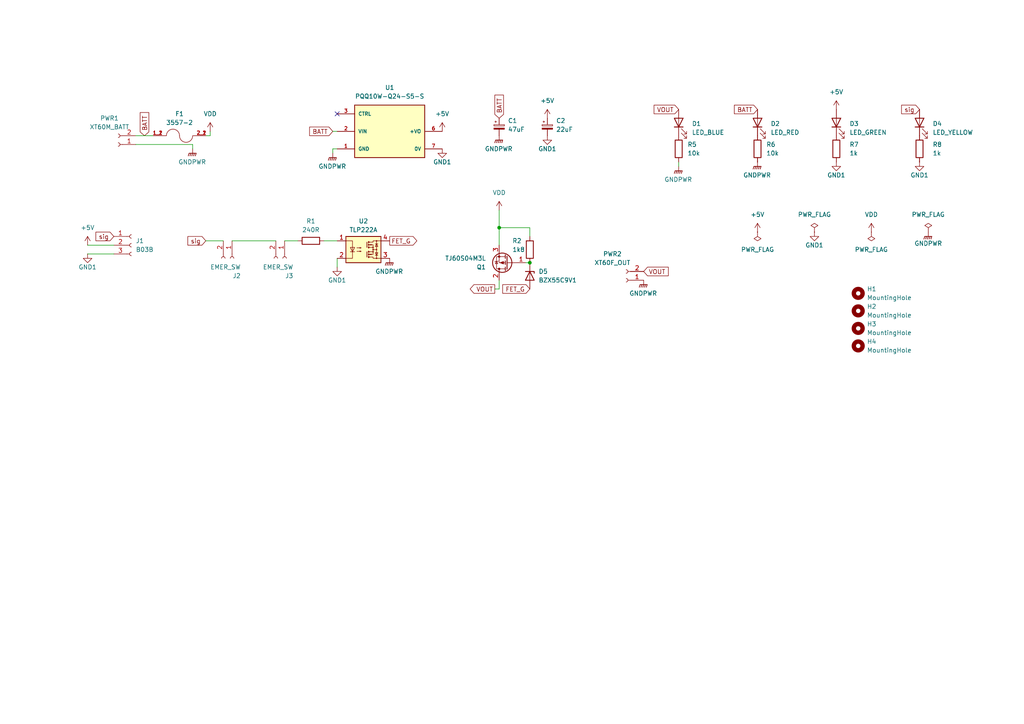
<source format=kicad_sch>
(kicad_sch
	(version 20231120)
	(generator "eeschema")
	(generator_version "8.0")
	(uuid "f61afb78-be8f-4a5f-ad16-61c0881e4198")
	(paper "A4")
	(lib_symbols
		(symbol "3557-2:3557-2"
			(pin_names
				(offset 1.016)
			)
			(exclude_from_sim no)
			(in_bom yes)
			(on_board yes)
			(property "Reference" "F"
				(at -2.54 5.08 0)
				(effects
					(font
						(size 1.27 1.27)
					)
					(justify left bottom)
				)
			)
			(property "Value" "3557-2"
				(at -2.54 -5.08 0)
				(effects
					(font
						(size 1.27 1.27)
					)
					(justify left bottom)
				)
			)
			(property "Footprint" "3557-2:FUSE_3557-2"
				(at 0 0 0)
				(effects
					(font
						(size 1.27 1.27)
					)
					(justify bottom)
					(hide yes)
				)
			)
			(property "Datasheet" ""
				(at 0 0 0)
				(effects
					(font
						(size 1.27 1.27)
					)
					(hide yes)
				)
			)
			(property "Description" ""
				(at 0 0 0)
				(effects
					(font
						(size 1.27 1.27)
					)
					(hide yes)
				)
			)
			(property "MF" "Keystone Electronics"
				(at 0 0 0)
				(effects
					(font
						(size 1.27 1.27)
					)
					(justify bottom)
					(hide yes)
				)
			)
			(property "MAXIMUM_PACKAGE_HEIGHT" "7.37mm"
				(at 0 0 0)
				(effects
					(font
						(size 1.27 1.27)
					)
					(justify bottom)
					(hide yes)
				)
			)
			(property "Package" "Nonstandard Keystone"
				(at 0 0 0)
				(effects
					(font
						(size 1.27 1.27)
					)
					(justify bottom)
					(hide yes)
				)
			)
			(property "Price" "None"
				(at 0 0 0)
				(effects
					(font
						(size 1.27 1.27)
					)
					(justify bottom)
					(hide yes)
				)
			)
			(property "Check_prices" "https://www.snapeda.com/parts/3557-2/Keystone+Electronics/view-part/?ref=eda"
				(at 0 0 0)
				(effects
					(font
						(size 1.27 1.27)
					)
					(justify bottom)
					(hide yes)
				)
			)
			(property "STANDARD" "Manufacturer Recommendation"
				(at 0 0 0)
				(effects
					(font
						(size 1.27 1.27)
					)
					(justify bottom)
					(hide yes)
				)
			)
			(property "PARTREV" "D"
				(at 0 0 0)
				(effects
					(font
						(size 1.27 1.27)
					)
					(justify bottom)
					(hide yes)
				)
			)
			(property "SnapEDA_Link" "https://www.snapeda.com/parts/3557-2/Keystone+Electronics/view-part/?ref=snap"
				(at 0 0 0)
				(effects
					(font
						(size 1.27 1.27)
					)
					(justify bottom)
					(hide yes)
				)
			)
			(property "MP" "3557-2"
				(at 0 0 0)
				(effects
					(font
						(size 1.27 1.27)
					)
					(justify bottom)
					(hide yes)
				)
			)
			(property "Description_1" "\nTHM 2 in 1 Auto Blade Holder\n"
				(at 0 0 0)
				(effects
					(font
						(size 1.27 1.27)
					)
					(justify bottom)
					(hide yes)
				)
			)
			(property "MANUFACTURER" "Keystone"
				(at 0 0 0)
				(effects
					(font
						(size 1.27 1.27)
					)
					(justify bottom)
					(hide yes)
				)
			)
			(property "Availability" "In Stock"
				(at 0 0 0)
				(effects
					(font
						(size 1.27 1.27)
					)
					(justify bottom)
					(hide yes)
				)
			)
			(property "SNAPEDA_PN" "3557-2"
				(at 0 0 0)
				(effects
					(font
						(size 1.27 1.27)
					)
					(justify bottom)
					(hide yes)
				)
			)
			(symbol "3557-2_0_0"
				(arc
					(start 0 0)
					(mid -1.905 1.8967)
					(end -3.81 0)
					(stroke
						(width 0.1524)
						(type default)
					)
					(fill
						(type none)
					)
				)
				(polyline
					(pts
						(xy -5.08 0) (xy -3.81 0)
					)
					(stroke
						(width 0.1524)
						(type default)
					)
					(fill
						(type none)
					)
				)
				(polyline
					(pts
						(xy 5.08 0) (xy 3.81 0)
					)
					(stroke
						(width 0.1524)
						(type default)
					)
					(fill
						(type none)
					)
				)
				(arc
					(start 0 0)
					(mid 1.905 -1.8967)
					(end 3.81 0)
					(stroke
						(width 0.1524)
						(type default)
					)
					(fill
						(type none)
					)
				)
				(pin passive line
					(at -7.62 0 0)
					(length 2.54)
					(name "~"
						(effects
							(font
								(size 1.016 1.016)
							)
						)
					)
					(number "1_1"
						(effects
							(font
								(size 1.016 1.016)
							)
						)
					)
				)
				(pin passive line
					(at -7.62 0 0)
					(length 2.54)
					(name "~"
						(effects
							(font
								(size 1.016 1.016)
							)
						)
					)
					(number "1_2"
						(effects
							(font
								(size 1.016 1.016)
							)
						)
					)
				)
				(pin passive line
					(at 7.62 0 180)
					(length 2.54)
					(name "~"
						(effects
							(font
								(size 1.016 1.016)
							)
						)
					)
					(number "2_1"
						(effects
							(font
								(size 1.016 1.016)
							)
						)
					)
				)
				(pin passive line
					(at 7.62 0 180)
					(length 2.54)
					(name "~"
						(effects
							(font
								(size 1.016 1.016)
							)
						)
					)
					(number "2_2"
						(effects
							(font
								(size 1.016 1.016)
							)
						)
					)
				)
			)
		)
		(symbol "Connector:Conn_01x02_Socket"
			(pin_names
				(offset 1.016) hide)
			(exclude_from_sim no)
			(in_bom yes)
			(on_board yes)
			(property "Reference" "J"
				(at 0 2.54 0)
				(effects
					(font
						(size 1.27 1.27)
					)
				)
			)
			(property "Value" "Conn_01x02_Socket"
				(at 0 -5.08 0)
				(effects
					(font
						(size 1.27 1.27)
					)
				)
			)
			(property "Footprint" ""
				(at 0 0 0)
				(effects
					(font
						(size 1.27 1.27)
					)
					(hide yes)
				)
			)
			(property "Datasheet" "~"
				(at 0 0 0)
				(effects
					(font
						(size 1.27 1.27)
					)
					(hide yes)
				)
			)
			(property "Description" "Generic connector, single row, 01x02, script generated"
				(at 0 0 0)
				(effects
					(font
						(size 1.27 1.27)
					)
					(hide yes)
				)
			)
			(property "ki_locked" ""
				(at 0 0 0)
				(effects
					(font
						(size 1.27 1.27)
					)
				)
			)
			(property "ki_keywords" "connector"
				(at 0 0 0)
				(effects
					(font
						(size 1.27 1.27)
					)
					(hide yes)
				)
			)
			(property "ki_fp_filters" "Connector*:*_1x??_*"
				(at 0 0 0)
				(effects
					(font
						(size 1.27 1.27)
					)
					(hide yes)
				)
			)
			(symbol "Conn_01x02_Socket_1_1"
				(arc
					(start 0 -2.032)
					(mid -0.5058 -2.54)
					(end 0 -3.048)
					(stroke
						(width 0.1524)
						(type default)
					)
					(fill
						(type none)
					)
				)
				(polyline
					(pts
						(xy -1.27 -2.54) (xy -0.508 -2.54)
					)
					(stroke
						(width 0.1524)
						(type default)
					)
					(fill
						(type none)
					)
				)
				(polyline
					(pts
						(xy -1.27 0) (xy -0.508 0)
					)
					(stroke
						(width 0.1524)
						(type default)
					)
					(fill
						(type none)
					)
				)
				(arc
					(start 0 0.508)
					(mid -0.5058 0)
					(end 0 -0.508)
					(stroke
						(width 0.1524)
						(type default)
					)
					(fill
						(type none)
					)
				)
				(pin passive line
					(at -5.08 0 0)
					(length 3.81)
					(name "Pin_1"
						(effects
							(font
								(size 1.27 1.27)
							)
						)
					)
					(number "1"
						(effects
							(font
								(size 1.27 1.27)
							)
						)
					)
				)
				(pin passive line
					(at -5.08 -2.54 0)
					(length 3.81)
					(name "Pin_2"
						(effects
							(font
								(size 1.27 1.27)
							)
						)
					)
					(number "2"
						(effects
							(font
								(size 1.27 1.27)
							)
						)
					)
				)
			)
		)
		(symbol "Connector:Conn_01x03_Socket"
			(pin_names
				(offset 1.016) hide)
			(exclude_from_sim no)
			(in_bom yes)
			(on_board yes)
			(property "Reference" "J"
				(at 0 5.08 0)
				(effects
					(font
						(size 1.27 1.27)
					)
				)
			)
			(property "Value" "Conn_01x03_Socket"
				(at 0 -5.08 0)
				(effects
					(font
						(size 1.27 1.27)
					)
				)
			)
			(property "Footprint" ""
				(at 0 0 0)
				(effects
					(font
						(size 1.27 1.27)
					)
					(hide yes)
				)
			)
			(property "Datasheet" "~"
				(at 0 0 0)
				(effects
					(font
						(size 1.27 1.27)
					)
					(hide yes)
				)
			)
			(property "Description" "Generic connector, single row, 01x03, script generated"
				(at 0 0 0)
				(effects
					(font
						(size 1.27 1.27)
					)
					(hide yes)
				)
			)
			(property "ki_locked" ""
				(at 0 0 0)
				(effects
					(font
						(size 1.27 1.27)
					)
				)
			)
			(property "ki_keywords" "connector"
				(at 0 0 0)
				(effects
					(font
						(size 1.27 1.27)
					)
					(hide yes)
				)
			)
			(property "ki_fp_filters" "Connector*:*_1x??_*"
				(at 0 0 0)
				(effects
					(font
						(size 1.27 1.27)
					)
					(hide yes)
				)
			)
			(symbol "Conn_01x03_Socket_1_1"
				(arc
					(start 0 -2.032)
					(mid -0.5058 -2.54)
					(end 0 -3.048)
					(stroke
						(width 0.1524)
						(type default)
					)
					(fill
						(type none)
					)
				)
				(polyline
					(pts
						(xy -1.27 -2.54) (xy -0.508 -2.54)
					)
					(stroke
						(width 0.1524)
						(type default)
					)
					(fill
						(type none)
					)
				)
				(polyline
					(pts
						(xy -1.27 0) (xy -0.508 0)
					)
					(stroke
						(width 0.1524)
						(type default)
					)
					(fill
						(type none)
					)
				)
				(polyline
					(pts
						(xy -1.27 2.54) (xy -0.508 2.54)
					)
					(stroke
						(width 0.1524)
						(type default)
					)
					(fill
						(type none)
					)
				)
				(arc
					(start 0 0.508)
					(mid -0.5058 0)
					(end 0 -0.508)
					(stroke
						(width 0.1524)
						(type default)
					)
					(fill
						(type none)
					)
				)
				(arc
					(start 0 3.048)
					(mid -0.5058 2.54)
					(end 0 2.032)
					(stroke
						(width 0.1524)
						(type default)
					)
					(fill
						(type none)
					)
				)
				(pin passive line
					(at -5.08 2.54 0)
					(length 3.81)
					(name "Pin_1"
						(effects
							(font
								(size 1.27 1.27)
							)
						)
					)
					(number "1"
						(effects
							(font
								(size 1.27 1.27)
							)
						)
					)
				)
				(pin passive line
					(at -5.08 0 0)
					(length 3.81)
					(name "Pin_2"
						(effects
							(font
								(size 1.27 1.27)
							)
						)
					)
					(number "2"
						(effects
							(font
								(size 1.27 1.27)
							)
						)
					)
				)
				(pin passive line
					(at -5.08 -2.54 0)
					(length 3.81)
					(name "Pin_3"
						(effects
							(font
								(size 1.27 1.27)
							)
						)
					)
					(number "3"
						(effects
							(font
								(size 1.27 1.27)
							)
						)
					)
				)
			)
		)
		(symbol "Device:C_Polarized_Small"
			(pin_numbers hide)
			(pin_names
				(offset 0.254) hide)
			(exclude_from_sim no)
			(in_bom yes)
			(on_board yes)
			(property "Reference" "C"
				(at 0.254 1.778 0)
				(effects
					(font
						(size 1.27 1.27)
					)
					(justify left)
				)
			)
			(property "Value" "C_Polarized_Small"
				(at 0.254 -2.032 0)
				(effects
					(font
						(size 1.27 1.27)
					)
					(justify left)
				)
			)
			(property "Footprint" ""
				(at 0 0 0)
				(effects
					(font
						(size 1.27 1.27)
					)
					(hide yes)
				)
			)
			(property "Datasheet" "~"
				(at 0 0 0)
				(effects
					(font
						(size 1.27 1.27)
					)
					(hide yes)
				)
			)
			(property "Description" "Polarized capacitor, small symbol"
				(at 0 0 0)
				(effects
					(font
						(size 1.27 1.27)
					)
					(hide yes)
				)
			)
			(property "ki_keywords" "cap capacitor"
				(at 0 0 0)
				(effects
					(font
						(size 1.27 1.27)
					)
					(hide yes)
				)
			)
			(property "ki_fp_filters" "CP_*"
				(at 0 0 0)
				(effects
					(font
						(size 1.27 1.27)
					)
					(hide yes)
				)
			)
			(symbol "C_Polarized_Small_0_1"
				(rectangle
					(start -1.524 -0.3048)
					(end 1.524 -0.6858)
					(stroke
						(width 0)
						(type default)
					)
					(fill
						(type outline)
					)
				)
				(rectangle
					(start -1.524 0.6858)
					(end 1.524 0.3048)
					(stroke
						(width 0)
						(type default)
					)
					(fill
						(type none)
					)
				)
				(polyline
					(pts
						(xy -1.27 1.524) (xy -0.762 1.524)
					)
					(stroke
						(width 0)
						(type default)
					)
					(fill
						(type none)
					)
				)
				(polyline
					(pts
						(xy -1.016 1.27) (xy -1.016 1.778)
					)
					(stroke
						(width 0)
						(type default)
					)
					(fill
						(type none)
					)
				)
			)
			(symbol "C_Polarized_Small_1_1"
				(pin passive line
					(at 0 2.54 270)
					(length 1.8542)
					(name "~"
						(effects
							(font
								(size 1.27 1.27)
							)
						)
					)
					(number "1"
						(effects
							(font
								(size 1.27 1.27)
							)
						)
					)
				)
				(pin passive line
					(at 0 -2.54 90)
					(length 1.8542)
					(name "~"
						(effects
							(font
								(size 1.27 1.27)
							)
						)
					)
					(number "2"
						(effects
							(font
								(size 1.27 1.27)
							)
						)
					)
				)
			)
		)
		(symbol "Device:LED"
			(pin_numbers hide)
			(pin_names
				(offset 1.016) hide)
			(exclude_from_sim no)
			(in_bom yes)
			(on_board yes)
			(property "Reference" "D"
				(at 0 2.54 0)
				(effects
					(font
						(size 1.27 1.27)
					)
				)
			)
			(property "Value" "LED"
				(at 0 -2.54 0)
				(effects
					(font
						(size 1.27 1.27)
					)
				)
			)
			(property "Footprint" ""
				(at 0 0 0)
				(effects
					(font
						(size 1.27 1.27)
					)
					(hide yes)
				)
			)
			(property "Datasheet" "~"
				(at 0 0 0)
				(effects
					(font
						(size 1.27 1.27)
					)
					(hide yes)
				)
			)
			(property "Description" "Light emitting diode"
				(at 0 0 0)
				(effects
					(font
						(size 1.27 1.27)
					)
					(hide yes)
				)
			)
			(property "ki_keywords" "LED diode"
				(at 0 0 0)
				(effects
					(font
						(size 1.27 1.27)
					)
					(hide yes)
				)
			)
			(property "ki_fp_filters" "LED* LED_SMD:* LED_THT:*"
				(at 0 0 0)
				(effects
					(font
						(size 1.27 1.27)
					)
					(hide yes)
				)
			)
			(symbol "LED_0_1"
				(polyline
					(pts
						(xy -1.27 -1.27) (xy -1.27 1.27)
					)
					(stroke
						(width 0.254)
						(type default)
					)
					(fill
						(type none)
					)
				)
				(polyline
					(pts
						(xy -1.27 0) (xy 1.27 0)
					)
					(stroke
						(width 0)
						(type default)
					)
					(fill
						(type none)
					)
				)
				(polyline
					(pts
						(xy 1.27 -1.27) (xy 1.27 1.27) (xy -1.27 0) (xy 1.27 -1.27)
					)
					(stroke
						(width 0.254)
						(type default)
					)
					(fill
						(type none)
					)
				)
				(polyline
					(pts
						(xy -3.048 -0.762) (xy -4.572 -2.286) (xy -3.81 -2.286) (xy -4.572 -2.286) (xy -4.572 -1.524)
					)
					(stroke
						(width 0)
						(type default)
					)
					(fill
						(type none)
					)
				)
				(polyline
					(pts
						(xy -1.778 -0.762) (xy -3.302 -2.286) (xy -2.54 -2.286) (xy -3.302 -2.286) (xy -3.302 -1.524)
					)
					(stroke
						(width 0)
						(type default)
					)
					(fill
						(type none)
					)
				)
			)
			(symbol "LED_1_1"
				(pin passive line
					(at -3.81 0 0)
					(length 2.54)
					(name "K"
						(effects
							(font
								(size 1.27 1.27)
							)
						)
					)
					(number "1"
						(effects
							(font
								(size 1.27 1.27)
							)
						)
					)
				)
				(pin passive line
					(at 3.81 0 180)
					(length 2.54)
					(name "A"
						(effects
							(font
								(size 1.27 1.27)
							)
						)
					)
					(number "2"
						(effects
							(font
								(size 1.27 1.27)
							)
						)
					)
				)
			)
		)
		(symbol "Device:Q_PMOS_GDS"
			(pin_names
				(offset 0) hide)
			(exclude_from_sim no)
			(in_bom yes)
			(on_board yes)
			(property "Reference" "Q"
				(at 5.08 1.27 0)
				(effects
					(font
						(size 1.27 1.27)
					)
					(justify left)
				)
			)
			(property "Value" "Q_PMOS_GDS"
				(at 5.08 -1.27 0)
				(effects
					(font
						(size 1.27 1.27)
					)
					(justify left)
				)
			)
			(property "Footprint" ""
				(at 5.08 2.54 0)
				(effects
					(font
						(size 1.27 1.27)
					)
					(hide yes)
				)
			)
			(property "Datasheet" "~"
				(at 0 0 0)
				(effects
					(font
						(size 1.27 1.27)
					)
					(hide yes)
				)
			)
			(property "Description" "P-MOSFET transistor, gate/drain/source"
				(at 0 0 0)
				(effects
					(font
						(size 1.27 1.27)
					)
					(hide yes)
				)
			)
			(property "ki_keywords" "transistor PMOS P-MOS P-MOSFET"
				(at 0 0 0)
				(effects
					(font
						(size 1.27 1.27)
					)
					(hide yes)
				)
			)
			(symbol "Q_PMOS_GDS_0_1"
				(polyline
					(pts
						(xy 0.254 0) (xy -2.54 0)
					)
					(stroke
						(width 0)
						(type default)
					)
					(fill
						(type none)
					)
				)
				(polyline
					(pts
						(xy 0.254 1.905) (xy 0.254 -1.905)
					)
					(stroke
						(width 0.254)
						(type default)
					)
					(fill
						(type none)
					)
				)
				(polyline
					(pts
						(xy 0.762 -1.27) (xy 0.762 -2.286)
					)
					(stroke
						(width 0.254)
						(type default)
					)
					(fill
						(type none)
					)
				)
				(polyline
					(pts
						(xy 0.762 0.508) (xy 0.762 -0.508)
					)
					(stroke
						(width 0.254)
						(type default)
					)
					(fill
						(type none)
					)
				)
				(polyline
					(pts
						(xy 0.762 2.286) (xy 0.762 1.27)
					)
					(stroke
						(width 0.254)
						(type default)
					)
					(fill
						(type none)
					)
				)
				(polyline
					(pts
						(xy 2.54 2.54) (xy 2.54 1.778)
					)
					(stroke
						(width 0)
						(type default)
					)
					(fill
						(type none)
					)
				)
				(polyline
					(pts
						(xy 2.54 -2.54) (xy 2.54 0) (xy 0.762 0)
					)
					(stroke
						(width 0)
						(type default)
					)
					(fill
						(type none)
					)
				)
				(polyline
					(pts
						(xy 0.762 1.778) (xy 3.302 1.778) (xy 3.302 -1.778) (xy 0.762 -1.778)
					)
					(stroke
						(width 0)
						(type default)
					)
					(fill
						(type none)
					)
				)
				(polyline
					(pts
						(xy 2.286 0) (xy 1.27 0.381) (xy 1.27 -0.381) (xy 2.286 0)
					)
					(stroke
						(width 0)
						(type default)
					)
					(fill
						(type outline)
					)
				)
				(polyline
					(pts
						(xy 2.794 -0.508) (xy 2.921 -0.381) (xy 3.683 -0.381) (xy 3.81 -0.254)
					)
					(stroke
						(width 0)
						(type default)
					)
					(fill
						(type none)
					)
				)
				(polyline
					(pts
						(xy 3.302 -0.381) (xy 2.921 0.254) (xy 3.683 0.254) (xy 3.302 -0.381)
					)
					(stroke
						(width 0)
						(type default)
					)
					(fill
						(type none)
					)
				)
				(circle
					(center 1.651 0)
					(radius 2.794)
					(stroke
						(width 0.254)
						(type default)
					)
					(fill
						(type none)
					)
				)
				(circle
					(center 2.54 -1.778)
					(radius 0.254)
					(stroke
						(width 0)
						(type default)
					)
					(fill
						(type outline)
					)
				)
				(circle
					(center 2.54 1.778)
					(radius 0.254)
					(stroke
						(width 0)
						(type default)
					)
					(fill
						(type outline)
					)
				)
			)
			(symbol "Q_PMOS_GDS_1_1"
				(pin input line
					(at -5.08 0 0)
					(length 2.54)
					(name "G"
						(effects
							(font
								(size 1.27 1.27)
							)
						)
					)
					(number "1"
						(effects
							(font
								(size 1.27 1.27)
							)
						)
					)
				)
				(pin passive line
					(at 2.54 5.08 270)
					(length 2.54)
					(name "D"
						(effects
							(font
								(size 1.27 1.27)
							)
						)
					)
					(number "2"
						(effects
							(font
								(size 1.27 1.27)
							)
						)
					)
				)
				(pin passive line
					(at 2.54 -5.08 90)
					(length 2.54)
					(name "S"
						(effects
							(font
								(size 1.27 1.27)
							)
						)
					)
					(number "3"
						(effects
							(font
								(size 1.27 1.27)
							)
						)
					)
				)
			)
		)
		(symbol "Device:R"
			(pin_numbers hide)
			(pin_names
				(offset 0)
			)
			(exclude_from_sim no)
			(in_bom yes)
			(on_board yes)
			(property "Reference" "R"
				(at 2.032 0 90)
				(effects
					(font
						(size 1.27 1.27)
					)
				)
			)
			(property "Value" "R"
				(at 0 0 90)
				(effects
					(font
						(size 1.27 1.27)
					)
				)
			)
			(property "Footprint" ""
				(at -1.778 0 90)
				(effects
					(font
						(size 1.27 1.27)
					)
					(hide yes)
				)
			)
			(property "Datasheet" "~"
				(at 0 0 0)
				(effects
					(font
						(size 1.27 1.27)
					)
					(hide yes)
				)
			)
			(property "Description" "Resistor"
				(at 0 0 0)
				(effects
					(font
						(size 1.27 1.27)
					)
					(hide yes)
				)
			)
			(property "ki_keywords" "R res resistor"
				(at 0 0 0)
				(effects
					(font
						(size 1.27 1.27)
					)
					(hide yes)
				)
			)
			(property "ki_fp_filters" "R_*"
				(at 0 0 0)
				(effects
					(font
						(size 1.27 1.27)
					)
					(hide yes)
				)
			)
			(symbol "R_0_1"
				(rectangle
					(start -1.016 -2.54)
					(end 1.016 2.54)
					(stroke
						(width 0.254)
						(type default)
					)
					(fill
						(type none)
					)
				)
			)
			(symbol "R_1_1"
				(pin passive line
					(at 0 3.81 270)
					(length 1.27)
					(name "~"
						(effects
							(font
								(size 1.27 1.27)
							)
						)
					)
					(number "1"
						(effects
							(font
								(size 1.27 1.27)
							)
						)
					)
				)
				(pin passive line
					(at 0 -3.81 90)
					(length 1.27)
					(name "~"
						(effects
							(font
								(size 1.27 1.27)
							)
						)
					)
					(number "2"
						(effects
							(font
								(size 1.27 1.27)
							)
						)
					)
				)
			)
		)
		(symbol "Diode:ZPDxx"
			(pin_numbers hide)
			(pin_names hide)
			(exclude_from_sim no)
			(in_bom yes)
			(on_board yes)
			(property "Reference" "D"
				(at 0 2.54 0)
				(effects
					(font
						(size 1.27 1.27)
					)
				)
			)
			(property "Value" "ZPDxx"
				(at 0 -2.54 0)
				(effects
					(font
						(size 1.27 1.27)
					)
				)
			)
			(property "Footprint" "Diode_THT:D_DO-35_SOD27_P10.16mm_Horizontal"
				(at 0 -4.445 0)
				(effects
					(font
						(size 1.27 1.27)
					)
					(hide yes)
				)
			)
			(property "Datasheet" "http://diotec.com/tl_files/diotec/files/pdf/datasheets/zpd1"
				(at 0 0 0)
				(effects
					(font
						(size 1.27 1.27)
					)
					(hide yes)
				)
			)
			(property "Description" "500mW Zener Diode, DO-35"
				(at 0 0 0)
				(effects
					(font
						(size 1.27 1.27)
					)
					(hide yes)
				)
			)
			(property "ki_keywords" "zener diode"
				(at 0 0 0)
				(effects
					(font
						(size 1.27 1.27)
					)
					(hide yes)
				)
			)
			(property "ki_fp_filters" "D*DO?35*"
				(at 0 0 0)
				(effects
					(font
						(size 1.27 1.27)
					)
					(hide yes)
				)
			)
			(symbol "ZPDxx_0_1"
				(polyline
					(pts
						(xy 1.27 0) (xy -1.27 0)
					)
					(stroke
						(width 0)
						(type default)
					)
					(fill
						(type none)
					)
				)
				(polyline
					(pts
						(xy -1.27 -1.27) (xy -1.27 1.27) (xy -0.762 1.27)
					)
					(stroke
						(width 0.254)
						(type default)
					)
					(fill
						(type none)
					)
				)
				(polyline
					(pts
						(xy 1.27 -1.27) (xy 1.27 1.27) (xy -1.27 0) (xy 1.27 -1.27)
					)
					(stroke
						(width 0.254)
						(type default)
					)
					(fill
						(type none)
					)
				)
			)
			(symbol "ZPDxx_1_1"
				(pin passive line
					(at -3.81 0 0)
					(length 2.54)
					(name "K"
						(effects
							(font
								(size 1.27 1.27)
							)
						)
					)
					(number "1"
						(effects
							(font
								(size 1.27 1.27)
							)
						)
					)
				)
				(pin passive line
					(at 3.81 0 180)
					(length 2.54)
					(name "A"
						(effects
							(font
								(size 1.27 1.27)
							)
						)
					)
					(number "2"
						(effects
							(font
								(size 1.27 1.27)
							)
						)
					)
				)
			)
		)
		(symbol "Mechanical:MountingHole"
			(pin_names
				(offset 1.016)
			)
			(exclude_from_sim yes)
			(in_bom no)
			(on_board yes)
			(property "Reference" "H"
				(at 0 5.08 0)
				(effects
					(font
						(size 1.27 1.27)
					)
				)
			)
			(property "Value" "MountingHole"
				(at 0 3.175 0)
				(effects
					(font
						(size 1.27 1.27)
					)
				)
			)
			(property "Footprint" ""
				(at 0 0 0)
				(effects
					(font
						(size 1.27 1.27)
					)
					(hide yes)
				)
			)
			(property "Datasheet" "~"
				(at 0 0 0)
				(effects
					(font
						(size 1.27 1.27)
					)
					(hide yes)
				)
			)
			(property "Description" "Mounting Hole without connection"
				(at 0 0 0)
				(effects
					(font
						(size 1.27 1.27)
					)
					(hide yes)
				)
			)
			(property "ki_keywords" "mounting hole"
				(at 0 0 0)
				(effects
					(font
						(size 1.27 1.27)
					)
					(hide yes)
				)
			)
			(property "ki_fp_filters" "MountingHole*"
				(at 0 0 0)
				(effects
					(font
						(size 1.27 1.27)
					)
					(hide yes)
				)
			)
			(symbol "MountingHole_0_1"
				(circle
					(center 0 0)
					(radius 1.27)
					(stroke
						(width 1.27)
						(type default)
					)
					(fill
						(type none)
					)
				)
			)
		)
		(symbol "PQQ10W-Q24-S5-S:PQQ10W-Q24-S5-S"
			(pin_names
				(offset 1.016)
			)
			(exclude_from_sim no)
			(in_bom yes)
			(on_board yes)
			(property "Reference" "U"
				(at -10.16 8.89 0)
				(effects
					(font
						(size 1.27 1.27)
					)
					(justify left bottom)
				)
			)
			(property "Value" "PQQ10W-Q24-S5-S"
				(at -10.16 -10.16 0)
				(effects
					(font
						(size 1.27 1.27)
					)
					(justify left bottom)
				)
			)
			(property "Footprint" "PQQ10W-Q24-S5-S:CONV_PQQ10W-Q24-S5-S"
				(at 0 0 0)
				(effects
					(font
						(size 1.27 1.27)
					)
					(justify bottom)
					(hide yes)
				)
			)
			(property "Datasheet" ""
				(at 0 0 0)
				(effects
					(font
						(size 1.27 1.27)
					)
					(hide yes)
				)
			)
			(property "Description" ""
				(at 0 0 0)
				(effects
					(font
						(size 1.27 1.27)
					)
					(hide yes)
				)
			)
			(property "MF" "CUI Inc."
				(at 0 0 0)
				(effects
					(font
						(size 1.27 1.27)
					)
					(justify bottom)
					(hide yes)
				)
			)
			(property "MAXIMUM_PACKAGE_HEIGHT" "12.5 mm"
				(at 0 0 0)
				(effects
					(font
						(size 1.27 1.27)
					)
					(justify bottom)
					(hide yes)
				)
			)
			(property "Package" "SIP-8 CUI Inc."
				(at 0 0 0)
				(effects
					(font
						(size 1.27 1.27)
					)
					(justify bottom)
					(hide yes)
				)
			)
			(property "Price" "None"
				(at 0 0 0)
				(effects
					(font
						(size 1.27 1.27)
					)
					(justify bottom)
					(hide yes)
				)
			)
			(property "Check_prices" "https://www.snapeda.com/parts/PQQ10W-Q24-S5-S/CUI/view-part/?ref=eda"
				(at 0 0 0)
				(effects
					(font
						(size 1.27 1.27)
					)
					(justify bottom)
					(hide yes)
				)
			)
			(property "STANDARD" "Manufacturer Recommendations"
				(at 0 0 0)
				(effects
					(font
						(size 1.27 1.27)
					)
					(justify bottom)
					(hide yes)
				)
			)
			(property "PARTREV" "1.0"
				(at 0 0 0)
				(effects
					(font
						(size 1.27 1.27)
					)
					(justify bottom)
					(hide yes)
				)
			)
			(property "SnapEDA_Link" "https://www.snapeda.com/parts/PQQ10W-Q24-S5-S/CUI/view-part/?ref=snap"
				(at 0 0 0)
				(effects
					(font
						(size 1.27 1.27)
					)
					(justify bottom)
					(hide yes)
				)
			)
			(property "MP" "PQQ10W-Q24-S5-S"
				(at 0 0 0)
				(effects
					(font
						(size 1.27 1.27)
					)
					(justify bottom)
					(hide yes)
				)
			)
			(property "Purchase-URL" "https://www.snapeda.com/api/url_track_click_mouser/?unipart_id=5169904&manufacturer=CUI Inc.&part_name=PQQ10W-Q24-S5-S&search_term=None"
				(at 0 0 0)
				(effects
					(font
						(size 1.27 1.27)
					)
					(justify bottom)
					(hide yes)
				)
			)
			(property "Description_1" "10 W, 4:1 Input Range, Single Regulated Output, SIP8, 1500 Vdc Isolation, Dc-Dc Converter"
				(at 0 0 0)
				(effects
					(font
						(size 1.27 1.27)
					)
					(justify bottom)
					(hide yes)
				)
			)
			(property "CUI_purchase_URL" "https://www.cui.com/product/dc-dc-converters/isolated/pqq10w-s-series?utm_source=snapeda.com&utm_medium=referral&utm_campaign=snapedaBOM"
				(at 0 0 0)
				(effects
					(font
						(size 1.27 1.27)
					)
					(justify bottom)
					(hide yes)
				)
			)
			(property "Availability" "In Stock"
				(at 0 0 0)
				(effects
					(font
						(size 1.27 1.27)
					)
					(justify bottom)
					(hide yes)
				)
			)
			(property "MANUFACTURER" "CUI"
				(at 0 0 0)
				(effects
					(font
						(size 1.27 1.27)
					)
					(justify bottom)
					(hide yes)
				)
			)
			(symbol "PQQ10W-Q24-S5-S_0_0"
				(rectangle
					(start -10.16 -7.62)
					(end 10.16 7.62)
					(stroke
						(width 0.254)
						(type default)
					)
					(fill
						(type background)
					)
				)
				(pin power_in line
					(at -15.24 -5.08 0)
					(length 5.08)
					(name "GND"
						(effects
							(font
								(size 1.016 1.016)
							)
						)
					)
					(number "1"
						(effects
							(font
								(size 1.016 1.016)
							)
						)
					)
				)
				(pin input line
					(at -15.24 0 0)
					(length 5.08)
					(name "VIN"
						(effects
							(font
								(size 1.016 1.016)
							)
						)
					)
					(number "2"
						(effects
							(font
								(size 1.016 1.016)
							)
						)
					)
				)
				(pin input line
					(at -15.24 5.08 0)
					(length 5.08)
					(name "CTRL"
						(effects
							(font
								(size 1.016 1.016)
							)
						)
					)
					(number "3"
						(effects
							(font
								(size 1.016 1.016)
							)
						)
					)
				)
				(pin output line
					(at 15.24 0 180)
					(length 5.08)
					(name "+VO"
						(effects
							(font
								(size 1.016 1.016)
							)
						)
					)
					(number "6"
						(effects
							(font
								(size 1.016 1.016)
							)
						)
					)
				)
				(pin output line
					(at 15.24 -5.08 180)
					(length 5.08)
					(name "0V"
						(effects
							(font
								(size 1.016 1.016)
							)
						)
					)
					(number "7"
						(effects
							(font
								(size 1.016 1.016)
							)
						)
					)
				)
			)
		)
		(symbol "Relay_SolidState:TLP222A"
			(exclude_from_sim no)
			(in_bom yes)
			(on_board yes)
			(property "Reference" "U"
				(at -5.08 5.08 0)
				(effects
					(font
						(size 1.27 1.27)
					)
					(justify left)
				)
			)
			(property "Value" "TLP222A"
				(at 0 5.08 0)
				(effects
					(font
						(size 1.27 1.27)
					)
					(justify left)
				)
			)
			(property "Footprint" "Package_DIP:DIP-4_W7.62mm"
				(at -5.08 -5.08 0)
				(effects
					(font
						(size 1.27 1.27)
						(italic yes)
					)
					(justify left)
					(hide yes)
				)
			)
			(property "Datasheet" "https://toshiba.semicon-storage.com/info/docget.jsp?did=17036&prodName=TLP222A"
				(at 0 0 0)
				(effects
					(font
						(size 1.27 1.27)
					)
					(justify left)
					(hide yes)
				)
			)
			(property "Description" "MOSFET Photorelay 1-Form-A, Voff 60V, Ion 0,5A, DIP4"
				(at 0 0 0)
				(effects
					(font
						(size 1.27 1.27)
					)
					(hide yes)
				)
			)
			(property "ki_keywords" "MOSFET Output Photorelay 1-Form-A"
				(at 0 0 0)
				(effects
					(font
						(size 1.27 1.27)
					)
					(hide yes)
				)
			)
			(property "ki_fp_filters" "DIP*W7.62mm*"
				(at 0 0 0)
				(effects
					(font
						(size 1.27 1.27)
					)
					(hide yes)
				)
			)
			(symbol "TLP222A_0_1"
				(rectangle
					(start -5.08 3.81)
					(end 5.08 -3.81)
					(stroke
						(width 0.254)
						(type default)
					)
					(fill
						(type background)
					)
				)
				(polyline
					(pts
						(xy -3.81 -0.635) (xy -2.54 -0.635)
					)
					(stroke
						(width 0)
						(type default)
					)
					(fill
						(type none)
					)
				)
				(polyline
					(pts
						(xy 1.016 -0.635) (xy 1.016 -2.159)
					)
					(stroke
						(width 0.2032)
						(type default)
					)
					(fill
						(type none)
					)
				)
				(polyline
					(pts
						(xy 1.016 2.159) (xy 1.016 0.635)
					)
					(stroke
						(width 0.2032)
						(type default)
					)
					(fill
						(type none)
					)
				)
				(polyline
					(pts
						(xy 1.524 -0.508) (xy 1.524 -0.762)
					)
					(stroke
						(width 0.3556)
						(type default)
					)
					(fill
						(type none)
					)
				)
				(polyline
					(pts
						(xy 2.794 0) (xy 3.81 0)
					)
					(stroke
						(width 0)
						(type default)
					)
					(fill
						(type none)
					)
				)
				(polyline
					(pts
						(xy 3.429 -1.651) (xy 4.191 -1.651)
					)
					(stroke
						(width 0)
						(type default)
					)
					(fill
						(type none)
					)
				)
				(polyline
					(pts
						(xy 3.429 1.651) (xy 4.191 1.651)
					)
					(stroke
						(width 0)
						(type default)
					)
					(fill
						(type none)
					)
				)
				(polyline
					(pts
						(xy 3.81 -2.54) (xy 3.81 2.54)
					)
					(stroke
						(width 0)
						(type default)
					)
					(fill
						(type none)
					)
				)
				(polyline
					(pts
						(xy 1.524 -2.032) (xy 1.524 -2.286) (xy 1.524 -2.286)
					)
					(stroke
						(width 0.3556)
						(type default)
					)
					(fill
						(type none)
					)
				)
				(polyline
					(pts
						(xy 1.524 -1.27) (xy 1.524 -1.524) (xy 1.524 -1.524)
					)
					(stroke
						(width 0.3556)
						(type default)
					)
					(fill
						(type none)
					)
				)
				(polyline
					(pts
						(xy 1.524 0.762) (xy 1.524 0.508) (xy 1.524 0.508)
					)
					(stroke
						(width 0.3556)
						(type default)
					)
					(fill
						(type none)
					)
				)
				(polyline
					(pts
						(xy 1.524 1.524) (xy 1.524 1.27) (xy 1.524 1.27)
					)
					(stroke
						(width 0.3556)
						(type default)
					)
					(fill
						(type none)
					)
				)
				(polyline
					(pts
						(xy 1.524 2.286) (xy 1.524 2.032) (xy 1.524 2.032)
					)
					(stroke
						(width 0.3556)
						(type default)
					)
					(fill
						(type none)
					)
				)
				(polyline
					(pts
						(xy 1.651 -1.397) (xy 2.794 -1.397) (xy 2.794 -0.635)
					)
					(stroke
						(width 0)
						(type default)
					)
					(fill
						(type none)
					)
				)
				(polyline
					(pts
						(xy 1.651 1.397) (xy 2.794 1.397) (xy 2.794 0.635)
					)
					(stroke
						(width 0)
						(type default)
					)
					(fill
						(type none)
					)
				)
				(polyline
					(pts
						(xy -5.08 2.54) (xy -3.175 2.54) (xy -3.175 -2.54) (xy -5.08 -2.54)
					)
					(stroke
						(width 0)
						(type default)
					)
					(fill
						(type none)
					)
				)
				(polyline
					(pts
						(xy -3.175 -0.635) (xy -3.81 0.635) (xy -2.54 0.635) (xy -3.175 -0.635)
					)
					(stroke
						(width 0)
						(type default)
					)
					(fill
						(type none)
					)
				)
				(polyline
					(pts
						(xy 1.651 -2.159) (xy 2.794 -2.159) (xy 2.794 -2.54) (xy 5.08 -2.54)
					)
					(stroke
						(width 0)
						(type default)
					)
					(fill
						(type none)
					)
				)
				(polyline
					(pts
						(xy 1.651 -0.635) (xy 2.794 -0.635) (xy 2.794 0.635) (xy 1.651 0.635)
					)
					(stroke
						(width 0)
						(type default)
					)
					(fill
						(type none)
					)
				)
				(polyline
					(pts
						(xy 1.651 2.159) (xy 2.794 2.159) (xy 2.794 2.54) (xy 5.08 2.54)
					)
					(stroke
						(width 0)
						(type default)
					)
					(fill
						(type none)
					)
				)
				(polyline
					(pts
						(xy 1.778 -1.397) (xy 2.286 -1.27) (xy 2.286 -1.524) (xy 1.778 -1.397)
					)
					(stroke
						(width 0)
						(type default)
					)
					(fill
						(type none)
					)
				)
				(polyline
					(pts
						(xy 1.778 1.397) (xy 2.286 1.524) (xy 2.286 1.27) (xy 1.778 1.397)
					)
					(stroke
						(width 0)
						(type default)
					)
					(fill
						(type none)
					)
				)
				(polyline
					(pts
						(xy 3.81 -1.651) (xy 3.429 -0.889) (xy 4.191 -0.889) (xy 3.81 -1.651)
					)
					(stroke
						(width 0)
						(type default)
					)
					(fill
						(type none)
					)
				)
				(polyline
					(pts
						(xy 3.81 1.651) (xy 3.429 0.889) (xy 4.191 0.889) (xy 3.81 1.651)
					)
					(stroke
						(width 0)
						(type default)
					)
					(fill
						(type none)
					)
				)
				(polyline
					(pts
						(xy -1.905 -0.508) (xy -0.635 -0.508) (xy -1.016 -0.635) (xy -1.016 -0.381) (xy -0.635 -0.508)
					)
					(stroke
						(width 0)
						(type default)
					)
					(fill
						(type none)
					)
				)
				(polyline
					(pts
						(xy -1.905 0.508) (xy -0.635 0.508) (xy -1.016 0.381) (xy -1.016 0.635) (xy -0.635 0.508)
					)
					(stroke
						(width 0)
						(type default)
					)
					(fill
						(type none)
					)
				)
				(circle
					(center 2.794 -0.635)
					(radius 0.127)
					(stroke
						(width 0)
						(type default)
					)
					(fill
						(type none)
					)
				)
				(circle
					(center 2.794 0)
					(radius 0.127)
					(stroke
						(width 0)
						(type default)
					)
					(fill
						(type none)
					)
				)
				(circle
					(center 2.794 0.635)
					(radius 0.127)
					(stroke
						(width 0)
						(type default)
					)
					(fill
						(type none)
					)
				)
				(circle
					(center 3.81 -2.54)
					(radius 0.127)
					(stroke
						(width 0)
						(type default)
					)
					(fill
						(type none)
					)
				)
				(circle
					(center 3.81 0)
					(radius 0.127)
					(stroke
						(width 0)
						(type default)
					)
					(fill
						(type none)
					)
				)
				(circle
					(center 3.81 2.54)
					(radius 0.127)
					(stroke
						(width 0)
						(type default)
					)
					(fill
						(type none)
					)
				)
			)
			(symbol "TLP222A_1_1"
				(pin passive line
					(at -7.62 2.54 0)
					(length 2.54)
					(name "~"
						(effects
							(font
								(size 1.27 1.27)
							)
						)
					)
					(number "1"
						(effects
							(font
								(size 1.27 1.27)
							)
						)
					)
				)
				(pin passive line
					(at -7.62 -2.54 0)
					(length 2.54)
					(name "~"
						(effects
							(font
								(size 1.27 1.27)
							)
						)
					)
					(number "2"
						(effects
							(font
								(size 1.27 1.27)
							)
						)
					)
				)
				(pin passive line
					(at 7.62 -2.54 180)
					(length 2.54)
					(name "~"
						(effects
							(font
								(size 1.27 1.27)
							)
						)
					)
					(number "3"
						(effects
							(font
								(size 1.27 1.27)
							)
						)
					)
				)
				(pin passive line
					(at 7.62 2.54 180)
					(length 2.54)
					(name "~"
						(effects
							(font
								(size 1.27 1.27)
							)
						)
					)
					(number "4"
						(effects
							(font
								(size 1.27 1.27)
							)
						)
					)
				)
			)
		)
		(symbol "power:+5V"
			(power)
			(pin_numbers hide)
			(pin_names
				(offset 0) hide)
			(exclude_from_sim no)
			(in_bom yes)
			(on_board yes)
			(property "Reference" "#PWR"
				(at 0 -3.81 0)
				(effects
					(font
						(size 1.27 1.27)
					)
					(hide yes)
				)
			)
			(property "Value" "+5V"
				(at 0 3.556 0)
				(effects
					(font
						(size 1.27 1.27)
					)
				)
			)
			(property "Footprint" ""
				(at 0 0 0)
				(effects
					(font
						(size 1.27 1.27)
					)
					(hide yes)
				)
			)
			(property "Datasheet" ""
				(at 0 0 0)
				(effects
					(font
						(size 1.27 1.27)
					)
					(hide yes)
				)
			)
			(property "Description" "Power symbol creates a global label with name \"+5V\""
				(at 0 0 0)
				(effects
					(font
						(size 1.27 1.27)
					)
					(hide yes)
				)
			)
			(property "ki_keywords" "global power"
				(at 0 0 0)
				(effects
					(font
						(size 1.27 1.27)
					)
					(hide yes)
				)
			)
			(symbol "+5V_0_1"
				(polyline
					(pts
						(xy -0.762 1.27) (xy 0 2.54)
					)
					(stroke
						(width 0)
						(type default)
					)
					(fill
						(type none)
					)
				)
				(polyline
					(pts
						(xy 0 0) (xy 0 2.54)
					)
					(stroke
						(width 0)
						(type default)
					)
					(fill
						(type none)
					)
				)
				(polyline
					(pts
						(xy 0 2.54) (xy 0.762 1.27)
					)
					(stroke
						(width 0)
						(type default)
					)
					(fill
						(type none)
					)
				)
			)
			(symbol "+5V_1_1"
				(pin power_in line
					(at 0 0 90)
					(length 0)
					(name "~"
						(effects
							(font
								(size 1.27 1.27)
							)
						)
					)
					(number "1"
						(effects
							(font
								(size 1.27 1.27)
							)
						)
					)
				)
			)
		)
		(symbol "power:GND1"
			(power)
			(pin_numbers hide)
			(pin_names
				(offset 0) hide)
			(exclude_from_sim no)
			(in_bom yes)
			(on_board yes)
			(property "Reference" "#PWR"
				(at 0 -6.35 0)
				(effects
					(font
						(size 1.27 1.27)
					)
					(hide yes)
				)
			)
			(property "Value" "GND1"
				(at 0 -3.81 0)
				(effects
					(font
						(size 1.27 1.27)
					)
				)
			)
			(property "Footprint" ""
				(at 0 0 0)
				(effects
					(font
						(size 1.27 1.27)
					)
					(hide yes)
				)
			)
			(property "Datasheet" ""
				(at 0 0 0)
				(effects
					(font
						(size 1.27 1.27)
					)
					(hide yes)
				)
			)
			(property "Description" "Power symbol creates a global label with name \"GND1\" , ground"
				(at 0 0 0)
				(effects
					(font
						(size 1.27 1.27)
					)
					(hide yes)
				)
			)
			(property "ki_keywords" "global power"
				(at 0 0 0)
				(effects
					(font
						(size 1.27 1.27)
					)
					(hide yes)
				)
			)
			(symbol "GND1_0_1"
				(polyline
					(pts
						(xy 0 0) (xy 0 -1.27) (xy 1.27 -1.27) (xy 0 -2.54) (xy -1.27 -1.27) (xy 0 -1.27)
					)
					(stroke
						(width 0)
						(type default)
					)
					(fill
						(type none)
					)
				)
			)
			(symbol "GND1_1_1"
				(pin power_in line
					(at 0 0 270)
					(length 0)
					(name "~"
						(effects
							(font
								(size 1.27 1.27)
							)
						)
					)
					(number "1"
						(effects
							(font
								(size 1.27 1.27)
							)
						)
					)
				)
			)
		)
		(symbol "power:GNDPWR"
			(power)
			(pin_numbers hide)
			(pin_names
				(offset 0) hide)
			(exclude_from_sim no)
			(in_bom yes)
			(on_board yes)
			(property "Reference" "#PWR"
				(at 0 -5.08 0)
				(effects
					(font
						(size 1.27 1.27)
					)
					(hide yes)
				)
			)
			(property "Value" "GNDPWR"
				(at 0 -3.302 0)
				(effects
					(font
						(size 1.27 1.27)
					)
				)
			)
			(property "Footprint" ""
				(at 0 -1.27 0)
				(effects
					(font
						(size 1.27 1.27)
					)
					(hide yes)
				)
			)
			(property "Datasheet" ""
				(at 0 -1.27 0)
				(effects
					(font
						(size 1.27 1.27)
					)
					(hide yes)
				)
			)
			(property "Description" "Power symbol creates a global label with name \"GNDPWR\" , global ground"
				(at 0 0 0)
				(effects
					(font
						(size 1.27 1.27)
					)
					(hide yes)
				)
			)
			(property "ki_keywords" "global ground"
				(at 0 0 0)
				(effects
					(font
						(size 1.27 1.27)
					)
					(hide yes)
				)
			)
			(symbol "GNDPWR_0_1"
				(polyline
					(pts
						(xy 0 -1.27) (xy 0 0)
					)
					(stroke
						(width 0)
						(type default)
					)
					(fill
						(type none)
					)
				)
				(polyline
					(pts
						(xy -1.016 -1.27) (xy -1.27 -2.032) (xy -1.27 -2.032)
					)
					(stroke
						(width 0.2032)
						(type default)
					)
					(fill
						(type none)
					)
				)
				(polyline
					(pts
						(xy -0.508 -1.27) (xy -0.762 -2.032) (xy -0.762 -2.032)
					)
					(stroke
						(width 0.2032)
						(type default)
					)
					(fill
						(type none)
					)
				)
				(polyline
					(pts
						(xy 0 -1.27) (xy -0.254 -2.032) (xy -0.254 -2.032)
					)
					(stroke
						(width 0.2032)
						(type default)
					)
					(fill
						(type none)
					)
				)
				(polyline
					(pts
						(xy 0.508 -1.27) (xy 0.254 -2.032) (xy 0.254 -2.032)
					)
					(stroke
						(width 0.2032)
						(type default)
					)
					(fill
						(type none)
					)
				)
				(polyline
					(pts
						(xy 1.016 -1.27) (xy -1.016 -1.27) (xy -1.016 -1.27)
					)
					(stroke
						(width 0.2032)
						(type default)
					)
					(fill
						(type none)
					)
				)
				(polyline
					(pts
						(xy 1.016 -1.27) (xy 0.762 -2.032) (xy 0.762 -2.032) (xy 0.762 -2.032)
					)
					(stroke
						(width 0.2032)
						(type default)
					)
					(fill
						(type none)
					)
				)
			)
			(symbol "GNDPWR_1_1"
				(pin power_in line
					(at 0 0 270)
					(length 0)
					(name "~"
						(effects
							(font
								(size 1.27 1.27)
							)
						)
					)
					(number "1"
						(effects
							(font
								(size 1.27 1.27)
							)
						)
					)
				)
			)
		)
		(symbol "power:PWR_FLAG"
			(power)
			(pin_numbers hide)
			(pin_names
				(offset 0) hide)
			(exclude_from_sim no)
			(in_bom yes)
			(on_board yes)
			(property "Reference" "#FLG"
				(at 0 1.905 0)
				(effects
					(font
						(size 1.27 1.27)
					)
					(hide yes)
				)
			)
			(property "Value" "PWR_FLAG"
				(at 0 3.81 0)
				(effects
					(font
						(size 1.27 1.27)
					)
				)
			)
			(property "Footprint" ""
				(at 0 0 0)
				(effects
					(font
						(size 1.27 1.27)
					)
					(hide yes)
				)
			)
			(property "Datasheet" "~"
				(at 0 0 0)
				(effects
					(font
						(size 1.27 1.27)
					)
					(hide yes)
				)
			)
			(property "Description" "Special symbol for telling ERC where power comes from"
				(at 0 0 0)
				(effects
					(font
						(size 1.27 1.27)
					)
					(hide yes)
				)
			)
			(property "ki_keywords" "flag power"
				(at 0 0 0)
				(effects
					(font
						(size 1.27 1.27)
					)
					(hide yes)
				)
			)
			(symbol "PWR_FLAG_0_0"
				(pin power_out line
					(at 0 0 90)
					(length 0)
					(name "~"
						(effects
							(font
								(size 1.27 1.27)
							)
						)
					)
					(number "1"
						(effects
							(font
								(size 1.27 1.27)
							)
						)
					)
				)
			)
			(symbol "PWR_FLAG_0_1"
				(polyline
					(pts
						(xy 0 0) (xy 0 1.27) (xy -1.016 1.905) (xy 0 2.54) (xy 1.016 1.905) (xy 0 1.27)
					)
					(stroke
						(width 0)
						(type default)
					)
					(fill
						(type none)
					)
				)
			)
		)
		(symbol "power:VDD"
			(power)
			(pin_numbers hide)
			(pin_names
				(offset 0) hide)
			(exclude_from_sim no)
			(in_bom yes)
			(on_board yes)
			(property "Reference" "#PWR"
				(at 0 -3.81 0)
				(effects
					(font
						(size 1.27 1.27)
					)
					(hide yes)
				)
			)
			(property "Value" "VDD"
				(at 0 3.556 0)
				(effects
					(font
						(size 1.27 1.27)
					)
				)
			)
			(property "Footprint" ""
				(at 0 0 0)
				(effects
					(font
						(size 1.27 1.27)
					)
					(hide yes)
				)
			)
			(property "Datasheet" ""
				(at 0 0 0)
				(effects
					(font
						(size 1.27 1.27)
					)
					(hide yes)
				)
			)
			(property "Description" "Power symbol creates a global label with name \"VDD\""
				(at 0 0 0)
				(effects
					(font
						(size 1.27 1.27)
					)
					(hide yes)
				)
			)
			(property "ki_keywords" "global power"
				(at 0 0 0)
				(effects
					(font
						(size 1.27 1.27)
					)
					(hide yes)
				)
			)
			(symbol "VDD_0_1"
				(polyline
					(pts
						(xy -0.762 1.27) (xy 0 2.54)
					)
					(stroke
						(width 0)
						(type default)
					)
					(fill
						(type none)
					)
				)
				(polyline
					(pts
						(xy 0 0) (xy 0 2.54)
					)
					(stroke
						(width 0)
						(type default)
					)
					(fill
						(type none)
					)
				)
				(polyline
					(pts
						(xy 0 2.54) (xy 0.762 1.27)
					)
					(stroke
						(width 0)
						(type default)
					)
					(fill
						(type none)
					)
				)
			)
			(symbol "VDD_1_1"
				(pin power_in line
					(at 0 0 90)
					(length 0)
					(name "~"
						(effects
							(font
								(size 1.27 1.27)
							)
						)
					)
					(number "1"
						(effects
							(font
								(size 1.27 1.27)
							)
						)
					)
				)
			)
		)
	)
	(junction
		(at 153.67 76.2)
		(diameter 0)
		(color 0 0 0 0)
		(uuid "f62bc5ed-7b88-424c-9d56-ac0b049ea3cd")
	)
	(junction
		(at 144.78 66.04)
		(diameter 0)
		(color 0 0 0 0)
		(uuid "ffcd07d2-7e58-4d68-ba4f-124afe174488")
	)
	(no_connect
		(at 97.79 33.02)
		(uuid "8380f1be-ea2f-4177-a272-e841c1a5f63a")
	)
	(wire
		(pts
			(xy 59.69 69.85) (xy 64.77 69.85)
		)
		(stroke
			(width 0)
			(type default)
		)
		(uuid "06e81541-17ec-400b-a304-397f6752c99a")
	)
	(wire
		(pts
			(xy 96.52 43.18) (xy 97.79 43.18)
		)
		(stroke
			(width 0)
			(type default)
		)
		(uuid "1fb562d6-91f6-438e-874f-3017aab9067f")
	)
	(wire
		(pts
			(xy 25.4 73.66) (xy 33.02 73.66)
		)
		(stroke
			(width 0)
			(type default)
		)
		(uuid "24c72609-aae8-4f32-83bc-0deb33abc64d")
	)
	(wire
		(pts
			(xy 144.78 60.96) (xy 144.78 66.04)
		)
		(stroke
			(width 0)
			(type default)
		)
		(uuid "25492067-d149-4895-a002-bcdd17143e71")
	)
	(wire
		(pts
			(xy 44.45 39.37) (xy 39.37 39.37)
		)
		(stroke
			(width 0)
			(type default)
		)
		(uuid "32950b31-22c3-4c41-8447-ac8c3ce372b8")
	)
	(wire
		(pts
			(xy 196.85 48.26) (xy 196.85 46.99)
		)
		(stroke
			(width 0)
			(type default)
		)
		(uuid "474e7bbb-4dd3-43a7-9ad5-3c9156f1ad89")
	)
	(wire
		(pts
			(xy 55.88 41.91) (xy 39.37 41.91)
		)
		(stroke
			(width 0)
			(type default)
		)
		(uuid "69ec5894-49dd-40f1-b660-a2bd6c3d3906")
	)
	(wire
		(pts
			(xy 67.31 69.85) (xy 80.01 69.85)
		)
		(stroke
			(width 0)
			(type default)
		)
		(uuid "6c5cdd11-8cee-4c48-9af4-e238958562e1")
	)
	(wire
		(pts
			(xy 82.55 69.85) (xy 86.36 69.85)
		)
		(stroke
			(width 0)
			(type default)
		)
		(uuid "70c76b3f-d3c8-41d1-bdac-7d0a138f7aa1")
	)
	(wire
		(pts
			(xy 144.78 66.04) (xy 144.78 71.12)
		)
		(stroke
			(width 0)
			(type default)
		)
		(uuid "7a738bf3-e9c3-48f5-8369-5473acd1561b")
	)
	(wire
		(pts
			(xy 96.52 38.1) (xy 97.79 38.1)
		)
		(stroke
			(width 0)
			(type default)
		)
		(uuid "81162de7-3b82-48b1-bec4-19704cbcb75a")
	)
	(wire
		(pts
			(xy 153.67 76.2) (xy 152.4 76.2)
		)
		(stroke
			(width 0)
			(type default)
		)
		(uuid "87a03477-b61f-4186-8829-b26af7323a89")
	)
	(wire
		(pts
			(xy 97.79 74.93) (xy 97.79 77.47)
		)
		(stroke
			(width 0)
			(type default)
		)
		(uuid "8aafc97e-5ea8-433b-8cd5-c667613137e5")
	)
	(wire
		(pts
			(xy 144.78 66.04) (xy 153.67 66.04)
		)
		(stroke
			(width 0)
			(type default)
		)
		(uuid "8bef65d4-8832-46b0-8f09-8e327a8fa573")
	)
	(wire
		(pts
			(xy 60.96 39.37) (xy 59.69 39.37)
		)
		(stroke
			(width 0)
			(type default)
		)
		(uuid "965966d0-ef4b-414f-b36c-fccd963f821e")
	)
	(wire
		(pts
			(xy 25.4 71.12) (xy 33.02 71.12)
		)
		(stroke
			(width 0)
			(type default)
		)
		(uuid "97e9de12-c356-4305-a231-35ee62c252c1")
	)
	(wire
		(pts
			(xy 55.88 41.91) (xy 55.88 43.18)
		)
		(stroke
			(width 0)
			(type default)
		)
		(uuid "9be3963d-6d1e-4906-a4ee-4ebf64f1a420")
	)
	(wire
		(pts
			(xy 144.78 83.82) (xy 144.78 81.28)
		)
		(stroke
			(width 0)
			(type default)
		)
		(uuid "a3463b26-f270-4f8d-b221-490485a10f47")
	)
	(wire
		(pts
			(xy 96.52 44.45) (xy 96.52 43.18)
		)
		(stroke
			(width 0)
			(type default)
		)
		(uuid "b21994f9-3019-4497-a64a-8a206de12630")
	)
	(wire
		(pts
			(xy 60.96 38.1) (xy 60.96 39.37)
		)
		(stroke
			(width 0)
			(type default)
		)
		(uuid "c21ec232-e261-4af1-accd-83bee574c84c")
	)
	(wire
		(pts
			(xy 143.51 83.82) (xy 144.78 83.82)
		)
		(stroke
			(width 0)
			(type default)
		)
		(uuid "c9dfebe3-8597-4240-8879-6fbcab7a8321")
	)
	(wire
		(pts
			(xy 93.98 69.85) (xy 97.79 69.85)
		)
		(stroke
			(width 0)
			(type default)
		)
		(uuid "ec10078f-8c44-4062-81b7-9b969cf3b750")
	)
	(wire
		(pts
			(xy 153.67 66.04) (xy 153.67 68.58)
		)
		(stroke
			(width 0)
			(type default)
		)
		(uuid "fbd2aa65-bc18-486e-9a86-40acd0209c93")
	)
	(global_label "sig"
		(shape input)
		(at 266.7 31.75 180)
		(fields_autoplaced yes)
		(effects
			(font
				(size 1.27 1.27)
			)
			(justify right)
		)
		(uuid "1738a2ab-6da8-4a2a-8e25-29bc80faf0b0")
		(property "Intersheetrefs" "${INTERSHEET_REFS}"
			(at 260.9329 31.75 0)
			(effects
				(font
					(size 1.27 1.27)
				)
				(justify right)
				(hide yes)
			)
		)
	)
	(global_label "FET_G"
		(shape input)
		(at 153.67 83.82 180)
		(fields_autoplaced yes)
		(effects
			(font
				(size 1.27 1.27)
			)
			(justify right)
		)
		(uuid "19adbffa-20d3-4a35-bca9-4e2eb0e979c3")
		(property "Intersheetrefs" "${INTERSHEET_REFS}"
			(at 145.242 83.82 0)
			(effects
				(font
					(size 1.27 1.27)
				)
				(justify right)
				(hide yes)
			)
		)
	)
	(global_label "VOUT"
		(shape input)
		(at 186.69 78.74 0)
		(fields_autoplaced yes)
		(effects
			(font
				(size 1.27 1.27)
			)
			(justify left)
		)
		(uuid "333f589b-af7f-4ea8-adf6-59e17f620f0f")
		(property "Intersheetrefs" "${INTERSHEET_REFS}"
			(at 195.118 78.74 0)
			(effects
				(font
					(size 1.27 1.27)
				)
				(justify left)
				(hide yes)
			)
		)
	)
	(global_label "BATT"
		(shape input)
		(at 96.52 38.1 180)
		(fields_autoplaced yes)
		(effects
			(font
				(size 1.27 1.27)
			)
			(justify right)
		)
		(uuid "5012208c-e57e-4746-a066-c49c44b35beb")
		(property "Intersheetrefs" "${INTERSHEET_REFS}"
			(at 89.241 38.1 0)
			(effects
				(font
					(size 1.27 1.27)
				)
				(justify right)
				(hide yes)
			)
		)
	)
	(global_label "BATT"
		(shape input)
		(at 144.78 34.29 90)
		(fields_autoplaced yes)
		(effects
			(font
				(size 1.27 1.27)
			)
			(justify left)
		)
		(uuid "887a9e17-4930-4a02-a670-a6a71507da79")
		(property "Intersheetrefs" "${INTERSHEET_REFS}"
			(at 144.78 27.011 90)
			(effects
				(font
					(size 1.27 1.27)
				)
				(justify left)
				(hide yes)
			)
		)
	)
	(global_label "sig"
		(shape input)
		(at 59.69 69.85 180)
		(fields_autoplaced yes)
		(effects
			(font
				(size 1.27 1.27)
			)
			(justify right)
		)
		(uuid "900f19d7-63cc-4f92-b200-1b700efbccc6")
		(property "Intersheetrefs" "${INTERSHEET_REFS}"
			(at 54.0023 69.85 0)
			(effects
				(font
					(size 1.27 1.27)
				)
				(justify right)
				(hide yes)
			)
		)
	)
	(global_label "sig"
		(shape input)
		(at 33.02 68.58 180)
		(fields_autoplaced yes)
		(effects
			(font
				(size 1.27 1.27)
			)
			(justify right)
		)
		(uuid "996e6161-cd15-4606-b835-5e7272ed7922")
		(property "Intersheetrefs" "${INTERSHEET_REFS}"
			(at 27.3323 68.58 0)
			(effects
				(font
					(size 1.27 1.27)
				)
				(justify right)
				(hide yes)
			)
		)
	)
	(global_label "FET_G"
		(shape output)
		(at 113.03 69.85 0)
		(fields_autoplaced yes)
		(effects
			(font
				(size 1.27 1.27)
			)
			(justify left)
		)
		(uuid "a71c326a-0147-4fd8-8505-4e6e5805ce01")
		(property "Intersheetrefs" "${INTERSHEET_REFS}"
			(at 121.3786 69.85 0)
			(effects
				(font
					(size 1.27 1.27)
				)
				(justify left)
				(hide yes)
			)
		)
	)
	(global_label "BATT"
		(shape input)
		(at 41.91 39.37 90)
		(fields_autoplaced yes)
		(effects
			(font
				(size 1.27 1.27)
			)
			(justify left)
		)
		(uuid "a821d0d5-7445-4323-8d9d-cd4b16a48c18")
		(property "Intersheetrefs" "${INTERSHEET_REFS}"
			(at 41.91 32.091 90)
			(effects
				(font
					(size 1.27 1.27)
				)
				(justify left)
				(hide yes)
			)
		)
	)
	(global_label "VOUT"
		(shape output)
		(at 143.51 83.82 180)
		(fields_autoplaced yes)
		(effects
			(font
				(size 1.27 1.27)
			)
			(justify right)
		)
		(uuid "a89d87ca-ae89-4210-9d84-7d650eb74141")
		(property "Intersheetrefs" "${INTERSHEET_REFS}"
			(at 135.8076 83.82 0)
			(effects
				(font
					(size 1.27 1.27)
				)
				(justify right)
				(hide yes)
			)
		)
	)
	(global_label "VOUT"
		(shape input)
		(at 196.85 31.75 180)
		(fields_autoplaced yes)
		(effects
			(font
				(size 1.27 1.27)
			)
			(justify right)
		)
		(uuid "c4ab7b70-0447-44d0-bd99-1bbc06c338a1")
		(property "Intersheetrefs" "${INTERSHEET_REFS}"
			(at 189.1476 31.75 0)
			(effects
				(font
					(size 1.27 1.27)
				)
				(justify right)
				(hide yes)
			)
		)
	)
	(global_label "BATT"
		(shape input)
		(at 219.71 31.75 180)
		(fields_autoplaced yes)
		(effects
			(font
				(size 1.27 1.27)
			)
			(justify right)
		)
		(uuid "fd8fdaa3-3b7e-44a2-8bee-b6235a6cf453")
		(property "Intersheetrefs" "${INTERSHEET_REFS}"
			(at 212.431 31.75 0)
			(effects
				(font
					(size 1.27 1.27)
				)
				(justify right)
				(hide yes)
			)
		)
	)
	(symbol
		(lib_id "power:PWR_FLAG")
		(at 236.22 67.31 0)
		(unit 1)
		(exclude_from_sim no)
		(in_bom yes)
		(on_board yes)
		(dnp no)
		(fields_autoplaced yes)
		(uuid "05e6c799-b0d6-47fb-92d5-264e71de2dbc")
		(property "Reference" "#FLG02"
			(at 236.22 65.405 0)
			(effects
				(font
					(size 1.27 1.27)
				)
				(hide yes)
			)
		)
		(property "Value" "PWR_FLAG"
			(at 236.22 62.23 0)
			(effects
				(font
					(size 1.27 1.27)
				)
			)
		)
		(property "Footprint" ""
			(at 236.22 67.31 0)
			(effects
				(font
					(size 1.27 1.27)
				)
				(hide yes)
			)
		)
		(property "Datasheet" "~"
			(at 236.22 67.31 0)
			(effects
				(font
					(size 1.27 1.27)
				)
				(hide yes)
			)
		)
		(property "Description" "Special symbol for telling ERC where power comes from"
			(at 236.22 67.31 0)
			(effects
				(font
					(size 1.27 1.27)
				)
				(hide yes)
			)
		)
		(pin "1"
			(uuid "2f96c565-1737-47a0-8549-19dc6990e2a9")
		)
		(instances
			(project "powerboard"
				(path "/f61afb78-be8f-4a5f-ad16-61c0881e4198"
					(reference "#FLG02")
					(unit 1)
				)
			)
		)
	)
	(symbol
		(lib_id "Connector:Conn_01x02_Socket")
		(at 181.61 81.28 180)
		(unit 1)
		(exclude_from_sim no)
		(in_bom yes)
		(on_board yes)
		(dnp no)
		(uuid "09da2d88-8c62-4350-9222-77c5384e18b2")
		(property "Reference" "PWR2"
			(at 180.34 73.66 0)
			(effects
				(font
					(size 1.27 1.27)
				)
				(justify left)
			)
		)
		(property "Value" "XT60F_OUT"
			(at 182.88 76.2 0)
			(effects
				(font
					(size 1.27 1.27)
				)
				(justify left)
			)
		)
		(property "Footprint" "Connector_AMASS:AMASS_XT60PW-F_1x02_P7.20mm_Horizontal"
			(at 181.61 81.28 0)
			(effects
				(font
					(size 1.27 1.27)
				)
				(hide yes)
			)
		)
		(property "Datasheet" "~"
			(at 181.61 81.28 0)
			(effects
				(font
					(size 1.27 1.27)
				)
				(hide yes)
			)
		)
		(property "Description" ""
			(at 181.61 81.28 0)
			(effects
				(font
					(size 1.27 1.27)
				)
				(hide yes)
			)
		)
		(pin "1"
			(uuid "cad7737e-bd53-4c1d-9d59-b4965d8bacca")
		)
		(pin "2"
			(uuid "bbb1f273-9c84-4851-9bf8-514fea7efab2")
		)
		(instances
			(project "powerboard"
				(path "/f61afb78-be8f-4a5f-ad16-61c0881e4198"
					(reference "PWR2")
					(unit 1)
				)
			)
		)
	)
	(symbol
		(lib_id "Device:LED")
		(at 266.7 35.56 90)
		(unit 1)
		(exclude_from_sim no)
		(in_bom yes)
		(on_board yes)
		(dnp no)
		(fields_autoplaced yes)
		(uuid "0a8b61c9-1378-4f90-844a-b624dccecf22")
		(property "Reference" "D4"
			(at 270.51 35.8774 90)
			(effects
				(font
					(size 1.27 1.27)
				)
				(justify right)
			)
		)
		(property "Value" "LED_YELLOW"
			(at 270.51 38.4174 90)
			(effects
				(font
					(size 1.27 1.27)
				)
				(justify right)
			)
		)
		(property "Footprint" "LED_THT:LED_D3.0mm"
			(at 266.7 35.56 0)
			(effects
				(font
					(size 1.27 1.27)
				)
				(hide yes)
			)
		)
		(property "Datasheet" "~"
			(at 266.7 35.56 0)
			(effects
				(font
					(size 1.27 1.27)
				)
				(hide yes)
			)
		)
		(property "Description" "Light emitting diode"
			(at 266.7 35.56 0)
			(effects
				(font
					(size 1.27 1.27)
				)
				(hide yes)
			)
		)
		(pin "2"
			(uuid "85e5bd0b-effc-476b-bb95-02dd76e75212")
		)
		(pin "1"
			(uuid "0ba2b218-8721-4139-a4f3-316af12b1182")
		)
		(instances
			(project "powerboard"
				(path "/f61afb78-be8f-4a5f-ad16-61c0881e4198"
					(reference "D4")
					(unit 1)
				)
			)
		)
	)
	(symbol
		(lib_id "Device:R")
		(at 266.7 43.18 0)
		(unit 1)
		(exclude_from_sim no)
		(in_bom yes)
		(on_board yes)
		(dnp no)
		(uuid "0d4ea838-7d34-4021-ac84-109aef96db44")
		(property "Reference" "R8"
			(at 270.51 41.91 0)
			(effects
				(font
					(size 1.27 1.27)
				)
				(justify left)
			)
		)
		(property "Value" "1k"
			(at 270.51 44.45 0)
			(effects
				(font
					(size 1.27 1.27)
				)
				(justify left)
			)
		)
		(property "Footprint" "Resistor_THT:R_Axial_DIN0207_L6.3mm_D2.5mm_P7.62mm_Horizontal"
			(at 264.922 43.18 90)
			(effects
				(font
					(size 1.27 1.27)
				)
				(hide yes)
			)
		)
		(property "Datasheet" "~"
			(at 266.7 43.18 0)
			(effects
				(font
					(size 1.27 1.27)
				)
				(hide yes)
			)
		)
		(property "Description" "Resistor"
			(at 266.7 43.18 0)
			(effects
				(font
					(size 1.27 1.27)
				)
				(hide yes)
			)
		)
		(pin "2"
			(uuid "d180b391-5b72-4158-a283-8a897c611344")
		)
		(pin "1"
			(uuid "6a10e7a7-ca6e-4a4a-a94a-7b7e0b62518a")
		)
		(instances
			(project "powerboard"
				(path "/f61afb78-be8f-4a5f-ad16-61c0881e4198"
					(reference "R8")
					(unit 1)
				)
			)
		)
	)
	(symbol
		(lib_id "Mechanical:MountingHole")
		(at 248.92 95.25 0)
		(unit 1)
		(exclude_from_sim yes)
		(in_bom no)
		(on_board yes)
		(dnp no)
		(fields_autoplaced yes)
		(uuid "0d7e6667-d382-496f-ae88-9c68eda6fd66")
		(property "Reference" "H3"
			(at 251.46 93.9799 0)
			(effects
				(font
					(size 1.27 1.27)
				)
				(justify left)
			)
		)
		(property "Value" "MountingHole"
			(at 251.46 96.5199 0)
			(effects
				(font
					(size 1.27 1.27)
				)
				(justify left)
			)
		)
		(property "Footprint" "MountingHole:MountingHole_3.2mm_M3"
			(at 248.92 95.25 0)
			(effects
				(font
					(size 1.27 1.27)
				)
				(hide yes)
			)
		)
		(property "Datasheet" "~"
			(at 248.92 95.25 0)
			(effects
				(font
					(size 1.27 1.27)
				)
				(hide yes)
			)
		)
		(property "Description" "Mounting Hole without connection"
			(at 248.92 95.25 0)
			(effects
				(font
					(size 1.27 1.27)
				)
				(hide yes)
			)
		)
		(instances
			(project "powerboard"
				(path "/f61afb78-be8f-4a5f-ad16-61c0881e4198"
					(reference "H3")
					(unit 1)
				)
			)
		)
	)
	(symbol
		(lib_id "Mechanical:MountingHole")
		(at 248.92 90.17 0)
		(unit 1)
		(exclude_from_sim yes)
		(in_bom no)
		(on_board yes)
		(dnp no)
		(fields_autoplaced yes)
		(uuid "173c3e70-c5a7-4af9-80c7-1a8f7da2eb85")
		(property "Reference" "H2"
			(at 251.46 88.8999 0)
			(effects
				(font
					(size 1.27 1.27)
				)
				(justify left)
			)
		)
		(property "Value" "MountingHole"
			(at 251.46 91.4399 0)
			(effects
				(font
					(size 1.27 1.27)
				)
				(justify left)
			)
		)
		(property "Footprint" "MountingHole:MountingHole_3.2mm_M3"
			(at 248.92 90.17 0)
			(effects
				(font
					(size 1.27 1.27)
				)
				(hide yes)
			)
		)
		(property "Datasheet" "~"
			(at 248.92 90.17 0)
			(effects
				(font
					(size 1.27 1.27)
				)
				(hide yes)
			)
		)
		(property "Description" "Mounting Hole without connection"
			(at 248.92 90.17 0)
			(effects
				(font
					(size 1.27 1.27)
				)
				(hide yes)
			)
		)
		(instances
			(project "powerboard"
				(path "/f61afb78-be8f-4a5f-ad16-61c0881e4198"
					(reference "H2")
					(unit 1)
				)
			)
		)
	)
	(symbol
		(lib_id "power:GND1")
		(at 242.57 46.99 0)
		(unit 1)
		(exclude_from_sim no)
		(in_bom yes)
		(on_board yes)
		(dnp no)
		(uuid "199d0177-763f-44e3-aa9f-6716af87a9eb")
		(property "Reference" "#PWR021"
			(at 242.57 53.34 0)
			(effects
				(font
					(size 1.27 1.27)
				)
				(hide yes)
			)
		)
		(property "Value" "GND1"
			(at 242.57 50.8 0)
			(effects
				(font
					(size 1.27 1.27)
				)
			)
		)
		(property "Footprint" ""
			(at 242.57 46.99 0)
			(effects
				(font
					(size 1.27 1.27)
				)
				(hide yes)
			)
		)
		(property "Datasheet" ""
			(at 242.57 46.99 0)
			(effects
				(font
					(size 1.27 1.27)
				)
				(hide yes)
			)
		)
		(property "Description" "Power symbol creates a global label with name \"GND1\" , ground"
			(at 242.57 46.99 0)
			(effects
				(font
					(size 1.27 1.27)
				)
				(hide yes)
			)
		)
		(pin "1"
			(uuid "e43a6137-bfa6-42cc-a9af-aa352e2332eb")
		)
		(instances
			(project "powerboard"
				(path "/f61afb78-be8f-4a5f-ad16-61c0881e4198"
					(reference "#PWR021")
					(unit 1)
				)
			)
		)
	)
	(symbol
		(lib_id "power:VDD")
		(at 144.78 60.96 0)
		(unit 1)
		(exclude_from_sim no)
		(in_bom yes)
		(on_board yes)
		(dnp no)
		(fields_autoplaced yes)
		(uuid "19cb63ad-fdd2-4642-a314-e92779fef3e2")
		(property "Reference" "#PWR011"
			(at 144.78 64.77 0)
			(effects
				(font
					(size 1.27 1.27)
				)
				(hide yes)
			)
		)
		(property "Value" "VDD"
			(at 144.78 55.88 0)
			(effects
				(font
					(size 1.27 1.27)
				)
			)
		)
		(property "Footprint" ""
			(at 144.78 60.96 0)
			(effects
				(font
					(size 1.27 1.27)
				)
				(hide yes)
			)
		)
		(property "Datasheet" ""
			(at 144.78 60.96 0)
			(effects
				(font
					(size 1.27 1.27)
				)
				(hide yes)
			)
		)
		(property "Description" "Power symbol creates a global label with name \"VDD\""
			(at 144.78 60.96 0)
			(effects
				(font
					(size 1.27 1.27)
				)
				(hide yes)
			)
		)
		(pin "1"
			(uuid "61c7b5a3-c0dd-4142-9165-dcda132bae0c")
		)
		(instances
			(project "powerboard"
				(path "/f61afb78-be8f-4a5f-ad16-61c0881e4198"
					(reference "#PWR011")
					(unit 1)
				)
			)
		)
	)
	(symbol
		(lib_id "Device:R")
		(at 90.17 69.85 90)
		(unit 1)
		(exclude_from_sim no)
		(in_bom yes)
		(on_board yes)
		(dnp no)
		(fields_autoplaced yes)
		(uuid "1a425e28-1875-47f5-9138-c0d4578e24d4")
		(property "Reference" "R1"
			(at 90.17 64.135 90)
			(effects
				(font
					(size 1.27 1.27)
				)
			)
		)
		(property "Value" "240R"
			(at 90.17 66.675 90)
			(effects
				(font
					(size 1.27 1.27)
				)
			)
		)
		(property "Footprint" "Resistor_THT:R_Axial_DIN0207_L6.3mm_D2.5mm_P7.62mm_Horizontal"
			(at 90.17 71.628 90)
			(effects
				(font
					(size 1.27 1.27)
				)
				(hide yes)
			)
		)
		(property "Datasheet" "~"
			(at 90.17 69.85 0)
			(effects
				(font
					(size 1.27 1.27)
				)
				(hide yes)
			)
		)
		(property "Description" ""
			(at 90.17 69.85 0)
			(effects
				(font
					(size 1.27 1.27)
				)
				(hide yes)
			)
		)
		(pin "1"
			(uuid "7bdb7389-8067-411e-9cad-c10475fd188d")
		)
		(pin "2"
			(uuid "2cafafc1-c9c9-4785-ad13-7e098819714c")
		)
		(instances
			(project "powerboard"
				(path "/f61afb78-be8f-4a5f-ad16-61c0881e4198"
					(reference "R1")
					(unit 1)
				)
			)
		)
	)
	(symbol
		(lib_id "Device:C_Polarized_Small")
		(at 144.78 36.83 0)
		(unit 1)
		(exclude_from_sim no)
		(in_bom yes)
		(on_board yes)
		(dnp no)
		(fields_autoplaced yes)
		(uuid "21cdb781-2e66-4d29-bd6a-040ce944f50c")
		(property "Reference" "C1"
			(at 147.32 35.0138 0)
			(effects
				(font
					(size 1.27 1.27)
				)
				(justify left)
			)
		)
		(property "Value" "47uF"
			(at 147.32 37.5538 0)
			(effects
				(font
					(size 1.27 1.27)
				)
				(justify left)
			)
		)
		(property "Footprint" "Capacitor_THT:C_Radial_D5.0mm_H11.0mm_P2.00mm"
			(at 144.78 36.83 0)
			(effects
				(font
					(size 1.27 1.27)
				)
				(hide yes)
			)
		)
		(property "Datasheet" "~"
			(at 144.78 36.83 0)
			(effects
				(font
					(size 1.27 1.27)
				)
				(hide yes)
			)
		)
		(property "Description" "Polarized capacitor, small symbol"
			(at 144.78 36.83 0)
			(effects
				(font
					(size 1.27 1.27)
				)
				(hide yes)
			)
		)
		(pin "1"
			(uuid "a7e52987-f232-4a1d-9c06-87e270f4244d")
		)
		(pin "2"
			(uuid "04868f1a-45c8-4cce-b54a-5cc9f9d2ccb2")
		)
		(instances
			(project "powerboard"
				(path "/f61afb78-be8f-4a5f-ad16-61c0881e4198"
					(reference "C1")
					(unit 1)
				)
			)
		)
	)
	(symbol
		(lib_id "power:GND1")
		(at 236.22 67.31 0)
		(unit 1)
		(exclude_from_sim no)
		(in_bom yes)
		(on_board yes)
		(dnp no)
		(uuid "24e5d53a-d201-44e5-8874-6f599417c35c")
		(property "Reference" "#PWR019"
			(at 236.22 73.66 0)
			(effects
				(font
					(size 1.27 1.27)
				)
				(hide yes)
			)
		)
		(property "Value" "GND1"
			(at 236.22 71.12 0)
			(effects
				(font
					(size 1.27 1.27)
				)
			)
		)
		(property "Footprint" ""
			(at 236.22 67.31 0)
			(effects
				(font
					(size 1.27 1.27)
				)
				(hide yes)
			)
		)
		(property "Datasheet" ""
			(at 236.22 67.31 0)
			(effects
				(font
					(size 1.27 1.27)
				)
				(hide yes)
			)
		)
		(property "Description" "Power symbol creates a global label with name \"GND1\" , ground"
			(at 236.22 67.31 0)
			(effects
				(font
					(size 1.27 1.27)
				)
				(hide yes)
			)
		)
		(pin "1"
			(uuid "1df4191f-3bbc-41d3-a363-dff3a8cf90cd")
		)
		(instances
			(project "powerboard"
				(path "/f61afb78-be8f-4a5f-ad16-61c0881e4198"
					(reference "#PWR019")
					(unit 1)
				)
			)
		)
	)
	(symbol
		(lib_id "power:GNDPWR")
		(at 55.88 43.18 0)
		(unit 1)
		(exclude_from_sim no)
		(in_bom yes)
		(on_board yes)
		(dnp no)
		(fields_autoplaced yes)
		(uuid "2594d389-3f4a-42ee-9c49-1a98ca28bd7f")
		(property "Reference" "#PWR03"
			(at 55.88 48.26 0)
			(effects
				(font
					(size 1.27 1.27)
				)
				(hide yes)
			)
		)
		(property "Value" "GNDPWR"
			(at 55.753 46.99 0)
			(effects
				(font
					(size 1.27 1.27)
				)
			)
		)
		(property "Footprint" ""
			(at 55.88 44.45 0)
			(effects
				(font
					(size 1.27 1.27)
				)
				(hide yes)
			)
		)
		(property "Datasheet" ""
			(at 55.88 44.45 0)
			(effects
				(font
					(size 1.27 1.27)
				)
				(hide yes)
			)
		)
		(property "Description" "Power symbol creates a global label with name \"GNDPWR\" , global ground"
			(at 55.88 43.18 0)
			(effects
				(font
					(size 1.27 1.27)
				)
				(hide yes)
			)
		)
		(pin "1"
			(uuid "3d5ab4cf-8027-4c22-831d-f500d9638fa5")
		)
		(instances
			(project "powerboard"
				(path "/f61afb78-be8f-4a5f-ad16-61c0881e4198"
					(reference "#PWR03")
					(unit 1)
				)
			)
		)
	)
	(symbol
		(lib_id "Device:R")
		(at 219.71 43.18 0)
		(unit 1)
		(exclude_from_sim no)
		(in_bom yes)
		(on_board yes)
		(dnp no)
		(fields_autoplaced yes)
		(uuid "2a2a4b3a-c4d3-415e-aaf6-74ac6d7fc75e")
		(property "Reference" "R6"
			(at 222.25 41.9099 0)
			(effects
				(font
					(size 1.27 1.27)
				)
				(justify left)
			)
		)
		(property "Value" "10k"
			(at 222.25 44.4499 0)
			(effects
				(font
					(size 1.27 1.27)
				)
				(justify left)
			)
		)
		(property "Footprint" "Resistor_THT:R_Axial_DIN0207_L6.3mm_D2.5mm_P7.62mm_Horizontal"
			(at 217.932 43.18 90)
			(effects
				(font
					(size 1.27 1.27)
				)
				(hide yes)
			)
		)
		(property "Datasheet" "~"
			(at 219.71 43.18 0)
			(effects
				(font
					(size 1.27 1.27)
				)
				(hide yes)
			)
		)
		(property "Description" "Resistor"
			(at 219.71 43.18 0)
			(effects
				(font
					(size 1.27 1.27)
				)
				(hide yes)
			)
		)
		(pin "2"
			(uuid "ff345923-2839-4f41-a3f1-a5c95130f102")
		)
		(pin "1"
			(uuid "94d484ea-e44c-453f-8d67-1f99bff0548b")
		)
		(instances
			(project "powerboard"
				(path "/f61afb78-be8f-4a5f-ad16-61c0881e4198"
					(reference "R6")
					(unit 1)
				)
			)
		)
	)
	(symbol
		(lib_id "Device:R")
		(at 196.85 43.18 0)
		(unit 1)
		(exclude_from_sim no)
		(in_bom yes)
		(on_board yes)
		(dnp no)
		(fields_autoplaced yes)
		(uuid "348f30dc-587e-4380-84c8-6d0ec91cb5bf")
		(property "Reference" "R5"
			(at 199.39 41.9099 0)
			(effects
				(font
					(size 1.27 1.27)
				)
				(justify left)
			)
		)
		(property "Value" "10k"
			(at 199.39 44.4499 0)
			(effects
				(font
					(size 1.27 1.27)
				)
				(justify left)
			)
		)
		(property "Footprint" "Resistor_THT:R_Axial_DIN0207_L6.3mm_D2.5mm_P7.62mm_Horizontal"
			(at 195.072 43.18 90)
			(effects
				(font
					(size 1.27 1.27)
				)
				(hide yes)
			)
		)
		(property "Datasheet" "~"
			(at 196.85 43.18 0)
			(effects
				(font
					(size 1.27 1.27)
				)
				(hide yes)
			)
		)
		(property "Description" "Resistor"
			(at 196.85 43.18 0)
			(effects
				(font
					(size 1.27 1.27)
				)
				(hide yes)
			)
		)
		(pin "2"
			(uuid "f0675400-cdd9-4c85-9748-b6fa666aa806")
		)
		(pin "1"
			(uuid "5bc42b03-a369-4aef-b85a-f80d7c6cead6")
		)
		(instances
			(project "powerboard"
				(path "/f61afb78-be8f-4a5f-ad16-61c0881e4198"
					(reference "R5")
					(unit 1)
				)
			)
		)
	)
	(symbol
		(lib_id "Mechanical:MountingHole")
		(at 248.92 100.33 0)
		(unit 1)
		(exclude_from_sim yes)
		(in_bom no)
		(on_board yes)
		(dnp no)
		(fields_autoplaced yes)
		(uuid "37235081-2cf2-4570-99f3-d7ec03a7e58a")
		(property "Reference" "H4"
			(at 251.46 99.0599 0)
			(effects
				(font
					(size 1.27 1.27)
				)
				(justify left)
			)
		)
		(property "Value" "MountingHole"
			(at 251.46 101.5999 0)
			(effects
				(font
					(size 1.27 1.27)
				)
				(justify left)
			)
		)
		(property "Footprint" "MountingHole:MountingHole_3.2mm_M3"
			(at 248.92 100.33 0)
			(effects
				(font
					(size 1.27 1.27)
				)
				(hide yes)
			)
		)
		(property "Datasheet" "~"
			(at 248.92 100.33 0)
			(effects
				(font
					(size 1.27 1.27)
				)
				(hide yes)
			)
		)
		(property "Description" "Mounting Hole without connection"
			(at 248.92 100.33 0)
			(effects
				(font
					(size 1.27 1.27)
				)
				(hide yes)
			)
		)
		(instances
			(project "powerboard"
				(path "/f61afb78-be8f-4a5f-ad16-61c0881e4198"
					(reference "H4")
					(unit 1)
				)
			)
		)
	)
	(symbol
		(lib_id "power:GND1")
		(at 158.75 39.37 0)
		(unit 1)
		(exclude_from_sim no)
		(in_bom yes)
		(on_board yes)
		(dnp no)
		(uuid "37e45ea2-01d1-4129-8ac1-9abe5a1c5171")
		(property "Reference" "#PWR014"
			(at 158.75 45.72 0)
			(effects
				(font
					(size 1.27 1.27)
				)
				(hide yes)
			)
		)
		(property "Value" "GND1"
			(at 158.75 43.18 0)
			(effects
				(font
					(size 1.27 1.27)
				)
			)
		)
		(property "Footprint" ""
			(at 158.75 39.37 0)
			(effects
				(font
					(size 1.27 1.27)
				)
				(hide yes)
			)
		)
		(property "Datasheet" ""
			(at 158.75 39.37 0)
			(effects
				(font
					(size 1.27 1.27)
				)
				(hide yes)
			)
		)
		(property "Description" "Power symbol creates a global label with name \"GND1\" , ground"
			(at 158.75 39.37 0)
			(effects
				(font
					(size 1.27 1.27)
				)
				(hide yes)
			)
		)
		(pin "1"
			(uuid "f3134aa7-9d00-4fb5-aeda-956167e13c74")
		)
		(instances
			(project "powerboard"
				(path "/f61afb78-be8f-4a5f-ad16-61c0881e4198"
					(reference "#PWR014")
					(unit 1)
				)
			)
		)
	)
	(symbol
		(lib_id "Device:R")
		(at 242.57 43.18 0)
		(unit 1)
		(exclude_from_sim no)
		(in_bom yes)
		(on_board yes)
		(dnp no)
		(uuid "4098fe9c-ed9d-433d-9e49-d5627a8d6c21")
		(property "Reference" "R7"
			(at 246.38 41.91 0)
			(effects
				(font
					(size 1.27 1.27)
				)
				(justify left)
			)
		)
		(property "Value" "1k"
			(at 246.38 44.45 0)
			(effects
				(font
					(size 1.27 1.27)
				)
				(justify left)
			)
		)
		(property "Footprint" "Resistor_THT:R_Axial_DIN0207_L6.3mm_D2.5mm_P7.62mm_Horizontal"
			(at 240.792 43.18 90)
			(effects
				(font
					(size 1.27 1.27)
				)
				(hide yes)
			)
		)
		(property "Datasheet" "~"
			(at 242.57 43.18 0)
			(effects
				(font
					(size 1.27 1.27)
				)
				(hide yes)
			)
		)
		(property "Description" "Resistor"
			(at 242.57 43.18 0)
			(effects
				(font
					(size 1.27 1.27)
				)
				(hide yes)
			)
		)
		(pin "2"
			(uuid "afb9271d-e96c-49c6-8501-c1caf123af86")
		)
		(pin "1"
			(uuid "3a51c360-33b4-4178-b936-b631b753e097")
		)
		(instances
			(project "powerboard"
				(path "/f61afb78-be8f-4a5f-ad16-61c0881e4198"
					(reference "R7")
					(unit 1)
				)
			)
		)
	)
	(symbol
		(lib_id "Connector:Conn_01x02_Socket")
		(at 82.55 74.93 270)
		(unit 1)
		(exclude_from_sim no)
		(in_bom yes)
		(on_board yes)
		(dnp no)
		(uuid "451da2f9-7b07-413a-829b-813405d2201c")
		(property "Reference" "J3"
			(at 85.09 80.01 90)
			(effects
				(font
					(size 1.27 1.27)
				)
				(justify right)
			)
		)
		(property "Value" "EMER_SW"
			(at 85.09 77.47 90)
			(effects
				(font
					(size 1.27 1.27)
				)
				(justify right)
			)
		)
		(property "Footprint" "Connector_JST:JST_XA_B02B-XASK-1_1x02_P2.50mm_Vertical"
			(at 82.55 74.93 0)
			(effects
				(font
					(size 1.27 1.27)
				)
				(hide yes)
			)
		)
		(property "Datasheet" "~"
			(at 82.55 74.93 0)
			(effects
				(font
					(size 1.27 1.27)
				)
				(hide yes)
			)
		)
		(property "Description" ""
			(at 82.55 74.93 0)
			(effects
				(font
					(size 1.27 1.27)
				)
				(hide yes)
			)
		)
		(pin "1"
			(uuid "8dfd169c-90ab-42fd-87c8-a5feb1ffbfb7")
		)
		(pin "2"
			(uuid "3ecc42ae-6522-46b0-99fd-5c5650267761")
		)
		(instances
			(project "powerboard"
				(path "/f61afb78-be8f-4a5f-ad16-61c0881e4198"
					(reference "J3")
					(unit 1)
				)
			)
		)
	)
	(symbol
		(lib_id "Connector:Conn_01x02_Socket")
		(at 67.31 74.93 270)
		(unit 1)
		(exclude_from_sim no)
		(in_bom yes)
		(on_board yes)
		(dnp no)
		(uuid "4b302b78-700d-43cc-8381-ec07a13113e9")
		(property "Reference" "J2"
			(at 69.85 80.01 90)
			(effects
				(font
					(size 1.27 1.27)
				)
				(justify right)
			)
		)
		(property "Value" "EMER_SW"
			(at 69.85 77.47 90)
			(effects
				(font
					(size 1.27 1.27)
				)
				(justify right)
			)
		)
		(property "Footprint" "Connector_JST:JST_XA_B02B-XASK-1_1x02_P2.50mm_Vertical"
			(at 67.31 74.93 0)
			(effects
				(font
					(size 1.27 1.27)
				)
				(hide yes)
			)
		)
		(property "Datasheet" "~"
			(at 67.31 74.93 0)
			(effects
				(font
					(size 1.27 1.27)
				)
				(hide yes)
			)
		)
		(property "Description" ""
			(at 67.31 74.93 0)
			(effects
				(font
					(size 1.27 1.27)
				)
				(hide yes)
			)
		)
		(pin "1"
			(uuid "e98e6367-df91-4ee7-8ebb-70831d654303")
		)
		(pin "2"
			(uuid "96dce065-3c68-4fda-96db-5994d53d3597")
		)
		(instances
			(project "powerboard"
				(path "/f61afb78-be8f-4a5f-ad16-61c0881e4198"
					(reference "J2")
					(unit 1)
				)
			)
		)
	)
	(symbol
		(lib_id "power:+5V")
		(at 158.75 34.29 0)
		(unit 1)
		(exclude_from_sim no)
		(in_bom yes)
		(on_board yes)
		(dnp no)
		(fields_autoplaced yes)
		(uuid "4db52d6e-29cd-43f5-9c4f-52c9748def24")
		(property "Reference" "#PWR013"
			(at 158.75 38.1 0)
			(effects
				(font
					(size 1.27 1.27)
				)
				(hide yes)
			)
		)
		(property "Value" "+5V"
			(at 158.75 29.21 0)
			(effects
				(font
					(size 1.27 1.27)
				)
			)
		)
		(property "Footprint" ""
			(at 158.75 34.29 0)
			(effects
				(font
					(size 1.27 1.27)
				)
				(hide yes)
			)
		)
		(property "Datasheet" ""
			(at 158.75 34.29 0)
			(effects
				(font
					(size 1.27 1.27)
				)
				(hide yes)
			)
		)
		(property "Description" "Power symbol creates a global label with name \"+5V\""
			(at 158.75 34.29 0)
			(effects
				(font
					(size 1.27 1.27)
				)
				(hide yes)
			)
		)
		(pin "1"
			(uuid "5d847449-ac84-497d-af08-9c98753ff69e")
		)
		(instances
			(project "powerboard"
				(path "/f61afb78-be8f-4a5f-ad16-61c0881e4198"
					(reference "#PWR013")
					(unit 1)
				)
			)
		)
	)
	(symbol
		(lib_id "power:GND1")
		(at 266.7 46.99 0)
		(unit 1)
		(exclude_from_sim no)
		(in_bom yes)
		(on_board yes)
		(dnp no)
		(uuid "5509a234-5832-4ab5-90d4-dc727957b791")
		(property "Reference" "#PWR023"
			(at 266.7 53.34 0)
			(effects
				(font
					(size 1.27 1.27)
				)
				(hide yes)
			)
		)
		(property "Value" "GND1"
			(at 266.7 50.8 0)
			(effects
				(font
					(size 1.27 1.27)
				)
			)
		)
		(property "Footprint" ""
			(at 266.7 46.99 0)
			(effects
				(font
					(size 1.27 1.27)
				)
				(hide yes)
			)
		)
		(property "Datasheet" ""
			(at 266.7 46.99 0)
			(effects
				(font
					(size 1.27 1.27)
				)
				(hide yes)
			)
		)
		(property "Description" "Power symbol creates a global label with name \"GND1\" , ground"
			(at 266.7 46.99 0)
			(effects
				(font
					(size 1.27 1.27)
				)
				(hide yes)
			)
		)
		(pin "1"
			(uuid "6d33b684-f543-4faa-9d52-ae101f4d02ed")
		)
		(instances
			(project "powerboard"
				(path "/f61afb78-be8f-4a5f-ad16-61c0881e4198"
					(reference "#PWR023")
					(unit 1)
				)
			)
		)
	)
	(symbol
		(lib_id "power:GNDPWR")
		(at 96.52 44.45 0)
		(unit 1)
		(exclude_from_sim no)
		(in_bom yes)
		(on_board yes)
		(dnp no)
		(fields_autoplaced yes)
		(uuid "56f58ab9-b8eb-41e8-ab18-35e36b3fa8ea")
		(property "Reference" "#PWR05"
			(at 96.52 49.53 0)
			(effects
				(font
					(size 1.27 1.27)
				)
				(hide yes)
			)
		)
		(property "Value" "GNDPWR"
			(at 96.393 48.26 0)
			(effects
				(font
					(size 1.27 1.27)
				)
			)
		)
		(property "Footprint" ""
			(at 96.52 45.72 0)
			(effects
				(font
					(size 1.27 1.27)
				)
				(hide yes)
			)
		)
		(property "Datasheet" ""
			(at 96.52 45.72 0)
			(effects
				(font
					(size 1.27 1.27)
				)
				(hide yes)
			)
		)
		(property "Description" "Power symbol creates a global label with name \"GNDPWR\" , global ground"
			(at 96.52 44.45 0)
			(effects
				(font
					(size 1.27 1.27)
				)
				(hide yes)
			)
		)
		(pin "1"
			(uuid "2f31cf76-d8f2-4289-99d9-8d1eac10abc3")
		)
		(instances
			(project "powerboard"
				(path "/f61afb78-be8f-4a5f-ad16-61c0881e4198"
					(reference "#PWR05")
					(unit 1)
				)
			)
		)
	)
	(symbol
		(lib_id "power:PWR_FLAG")
		(at 219.71 67.31 180)
		(unit 1)
		(exclude_from_sim no)
		(in_bom yes)
		(on_board yes)
		(dnp no)
		(fields_autoplaced yes)
		(uuid "5b259388-cadd-45cc-b711-0ed6bfeb40d3")
		(property "Reference" "#FLG01"
			(at 219.71 69.215 0)
			(effects
				(font
					(size 1.27 1.27)
				)
				(hide yes)
			)
		)
		(property "Value" "PWR_FLAG"
			(at 219.71 72.39 0)
			(effects
				(font
					(size 1.27 1.27)
				)
			)
		)
		(property "Footprint" ""
			(at 219.71 67.31 0)
			(effects
				(font
					(size 1.27 1.27)
				)
				(hide yes)
			)
		)
		(property "Datasheet" "~"
			(at 219.71 67.31 0)
			(effects
				(font
					(size 1.27 1.27)
				)
				(hide yes)
			)
		)
		(property "Description" "Special symbol for telling ERC where power comes from"
			(at 219.71 67.31 0)
			(effects
				(font
					(size 1.27 1.27)
				)
				(hide yes)
			)
		)
		(pin "1"
			(uuid "27266cec-53bb-4a7a-99c7-8f53922ea1c4")
		)
		(instances
			(project "powerboard"
				(path "/f61afb78-be8f-4a5f-ad16-61c0881e4198"
					(reference "#FLG01")
					(unit 1)
				)
			)
		)
	)
	(symbol
		(lib_id "power:GNDPWR")
		(at 269.24 67.31 0)
		(unit 1)
		(exclude_from_sim no)
		(in_bom yes)
		(on_board yes)
		(dnp no)
		(uuid "5b897f52-183e-4f37-8848-db0ca230d188")
		(property "Reference" "#PWR024"
			(at 269.24 72.39 0)
			(effects
				(font
					(size 1.27 1.27)
				)
				(hide yes)
			)
		)
		(property "Value" "GNDPWR"
			(at 269.24 70.612 0)
			(effects
				(font
					(size 1.27 1.27)
				)
			)
		)
		(property "Footprint" ""
			(at 269.24 68.58 0)
			(effects
				(font
					(size 1.27 1.27)
				)
				(hide yes)
			)
		)
		(property "Datasheet" ""
			(at 269.24 68.58 0)
			(effects
				(font
					(size 1.27 1.27)
				)
				(hide yes)
			)
		)
		(property "Description" "Power symbol creates a global label with name \"GNDPWR\" , global ground"
			(at 269.24 67.31 0)
			(effects
				(font
					(size 1.27 1.27)
				)
				(hide yes)
			)
		)
		(pin "1"
			(uuid "e1a6daad-44d4-40de-b9a5-ee3ea2ac0154")
		)
		(instances
			(project "powerboard"
				(path "/f61afb78-be8f-4a5f-ad16-61c0881e4198"
					(reference "#PWR024")
					(unit 1)
				)
			)
		)
	)
	(symbol
		(lib_id "Mechanical:MountingHole")
		(at 248.92 85.09 0)
		(unit 1)
		(exclude_from_sim yes)
		(in_bom no)
		(on_board yes)
		(dnp no)
		(fields_autoplaced yes)
		(uuid "5e193a5f-3b47-4733-9c52-6b068f44bc57")
		(property "Reference" "H1"
			(at 251.46 83.8199 0)
			(effects
				(font
					(size 1.27 1.27)
				)
				(justify left)
			)
		)
		(property "Value" "MountingHole"
			(at 251.46 86.3599 0)
			(effects
				(font
					(size 1.27 1.27)
				)
				(justify left)
			)
		)
		(property "Footprint" "MountingHole:MountingHole_3.2mm_M3"
			(at 248.92 85.09 0)
			(effects
				(font
					(size 1.27 1.27)
				)
				(hide yes)
			)
		)
		(property "Datasheet" "~"
			(at 248.92 85.09 0)
			(effects
				(font
					(size 1.27 1.27)
				)
				(hide yes)
			)
		)
		(property "Description" "Mounting Hole without connection"
			(at 248.92 85.09 0)
			(effects
				(font
					(size 1.27 1.27)
				)
				(hide yes)
			)
		)
		(instances
			(project "powerboard"
				(path "/f61afb78-be8f-4a5f-ad16-61c0881e4198"
					(reference "H1")
					(unit 1)
				)
			)
		)
	)
	(symbol
		(lib_id "power:+5V")
		(at 219.71 67.31 0)
		(unit 1)
		(exclude_from_sim no)
		(in_bom yes)
		(on_board yes)
		(dnp no)
		(fields_autoplaced yes)
		(uuid "60ef2afc-8432-4505-8873-f3165980f48d")
		(property "Reference" "#PWR018"
			(at 219.71 71.12 0)
			(effects
				(font
					(size 1.27 1.27)
				)
				(hide yes)
			)
		)
		(property "Value" "+5V"
			(at 219.71 62.23 0)
			(effects
				(font
					(size 1.27 1.27)
				)
			)
		)
		(property "Footprint" ""
			(at 219.71 67.31 0)
			(effects
				(font
					(size 1.27 1.27)
				)
				(hide yes)
			)
		)
		(property "Datasheet" ""
			(at 219.71 67.31 0)
			(effects
				(font
					(size 1.27 1.27)
				)
				(hide yes)
			)
		)
		(property "Description" "Power symbol creates a global label with name \"+5V\""
			(at 219.71 67.31 0)
			(effects
				(font
					(size 1.27 1.27)
				)
				(hide yes)
			)
		)
		(pin "1"
			(uuid "74ad0531-a404-43ec-b9bb-f8fafe15ca68")
		)
		(instances
			(project "powerboard"
				(path "/f61afb78-be8f-4a5f-ad16-61c0881e4198"
					(reference "#PWR018")
					(unit 1)
				)
			)
		)
	)
	(symbol
		(lib_id "power:GND1")
		(at 97.79 77.47 0)
		(unit 1)
		(exclude_from_sim no)
		(in_bom yes)
		(on_board yes)
		(dnp no)
		(uuid "6958542f-a9d9-4dba-b11a-5431d33b2ba9")
		(property "Reference" "#PWR06"
			(at 97.79 83.82 0)
			(effects
				(font
					(size 1.27 1.27)
				)
				(hide yes)
			)
		)
		(property "Value" "GND1"
			(at 97.79 81.28 0)
			(effects
				(font
					(size 1.27 1.27)
				)
			)
		)
		(property "Footprint" ""
			(at 97.79 77.47 0)
			(effects
				(font
					(size 1.27 1.27)
				)
				(hide yes)
			)
		)
		(property "Datasheet" ""
			(at 97.79 77.47 0)
			(effects
				(font
					(size 1.27 1.27)
				)
				(hide yes)
			)
		)
		(property "Description" "Power symbol creates a global label with name \"GND1\" , ground"
			(at 97.79 77.47 0)
			(effects
				(font
					(size 1.27 1.27)
				)
				(hide yes)
			)
		)
		(pin "1"
			(uuid "61e3c5d1-794b-486f-94f0-336895031bc1")
		)
		(instances
			(project "powerboard"
				(path "/f61afb78-be8f-4a5f-ad16-61c0881e4198"
					(reference "#PWR06")
					(unit 1)
				)
			)
		)
	)
	(symbol
		(lib_id "Device:C_Polarized_Small")
		(at 158.75 36.83 0)
		(unit 1)
		(exclude_from_sim no)
		(in_bom yes)
		(on_board yes)
		(dnp no)
		(fields_autoplaced yes)
		(uuid "696191db-c237-4834-ad22-e0f216e68856")
		(property "Reference" "C2"
			(at 161.29 35.0138 0)
			(effects
				(font
					(size 1.27 1.27)
				)
				(justify left)
			)
		)
		(property "Value" "22uF"
			(at 161.29 37.5538 0)
			(effects
				(font
					(size 1.27 1.27)
				)
				(justify left)
			)
		)
		(property "Footprint" "Capacitor_THT:C_Radial_D5.0mm_H11.0mm_P2.00mm"
			(at 158.75 36.83 0)
			(effects
				(font
					(size 1.27 1.27)
				)
				(hide yes)
			)
		)
		(property "Datasheet" "~"
			(at 158.75 36.83 0)
			(effects
				(font
					(size 1.27 1.27)
				)
				(hide yes)
			)
		)
		(property "Description" "Polarized capacitor, small symbol"
			(at 158.75 36.83 0)
			(effects
				(font
					(size 1.27 1.27)
				)
				(hide yes)
			)
		)
		(pin "1"
			(uuid "d4f9c85c-faac-49b2-9443-10a4fa989b12")
		)
		(pin "2"
			(uuid "3b6fe3bf-d2bf-4adb-87fc-f278acfb060a")
		)
		(instances
			(project "powerboard"
				(path "/f61afb78-be8f-4a5f-ad16-61c0881e4198"
					(reference "C2")
					(unit 1)
				)
			)
		)
	)
	(symbol
		(lib_id "power:PWR_FLAG")
		(at 269.24 67.31 0)
		(unit 1)
		(exclude_from_sim no)
		(in_bom yes)
		(on_board yes)
		(dnp no)
		(fields_autoplaced yes)
		(uuid "6d2d2a95-e278-44f1-aad6-8e930bfc100e")
		(property "Reference" "#FLG04"
			(at 269.24 65.405 0)
			(effects
				(font
					(size 1.27 1.27)
				)
				(hide yes)
			)
		)
		(property "Value" "PWR_FLAG"
			(at 269.24 62.23 0)
			(effects
				(font
					(size 1.27 1.27)
				)
			)
		)
		(property "Footprint" ""
			(at 269.24 67.31 0)
			(effects
				(font
					(size 1.27 1.27)
				)
				(hide yes)
			)
		)
		(property "Datasheet" "~"
			(at 269.24 67.31 0)
			(effects
				(font
					(size 1.27 1.27)
				)
				(hide yes)
			)
		)
		(property "Description" "Special symbol for telling ERC where power comes from"
			(at 269.24 67.31 0)
			(effects
				(font
					(size 1.27 1.27)
				)
				(hide yes)
			)
		)
		(pin "1"
			(uuid "dd06d1e8-c326-49a5-b70a-6489e37105e7")
		)
		(instances
			(project "powerboard"
				(path "/f61afb78-be8f-4a5f-ad16-61c0881e4198"
					(reference "#FLG04")
					(unit 1)
				)
			)
		)
	)
	(symbol
		(lib_id "power:VDD")
		(at 60.96 38.1 0)
		(unit 1)
		(exclude_from_sim no)
		(in_bom yes)
		(on_board yes)
		(dnp no)
		(fields_autoplaced yes)
		(uuid "71379313-dd3a-40f4-9254-45b139ed814f")
		(property "Reference" "#PWR04"
			(at 60.96 41.91 0)
			(effects
				(font
					(size 1.27 1.27)
				)
				(hide yes)
			)
		)
		(property "Value" "VDD"
			(at 60.96 33.02 0)
			(effects
				(font
					(size 1.27 1.27)
				)
			)
		)
		(property "Footprint" ""
			(at 60.96 38.1 0)
			(effects
				(font
					(size 1.27 1.27)
				)
				(hide yes)
			)
		)
		(property "Datasheet" ""
			(at 60.96 38.1 0)
			(effects
				(font
					(size 1.27 1.27)
				)
				(hide yes)
			)
		)
		(property "Description" "Power symbol creates a global label with name \"VDD\""
			(at 60.96 38.1 0)
			(effects
				(font
					(size 1.27 1.27)
				)
				(hide yes)
			)
		)
		(pin "1"
			(uuid "9cbdc78c-1e7b-4c7a-aa31-23aa5999a51b")
		)
		(instances
			(project "powerboard"
				(path "/f61afb78-be8f-4a5f-ad16-61c0881e4198"
					(reference "#PWR04")
					(unit 1)
				)
			)
		)
	)
	(symbol
		(lib_id "power:GNDPWR")
		(at 113.03 74.93 0)
		(unit 1)
		(exclude_from_sim no)
		(in_bom yes)
		(on_board yes)
		(dnp no)
		(fields_autoplaced yes)
		(uuid "76cf5965-c529-42b9-bb92-039ecaa2adf4")
		(property "Reference" "#PWR07"
			(at 113.03 80.01 0)
			(effects
				(font
					(size 1.27 1.27)
				)
				(hide yes)
			)
		)
		(property "Value" "GNDPWR"
			(at 112.903 78.74 0)
			(effects
				(font
					(size 1.27 1.27)
				)
			)
		)
		(property "Footprint" ""
			(at 113.03 76.2 0)
			(effects
				(font
					(size 1.27 1.27)
				)
				(hide yes)
			)
		)
		(property "Datasheet" ""
			(at 113.03 76.2 0)
			(effects
				(font
					(size 1.27 1.27)
				)
				(hide yes)
			)
		)
		(property "Description" "Power symbol creates a global label with name \"GNDPWR\" , global ground"
			(at 113.03 74.93 0)
			(effects
				(font
					(size 1.27 1.27)
				)
				(hide yes)
			)
		)
		(pin "1"
			(uuid "da031d88-060e-4531-8cef-f6392b2924fb")
		)
		(instances
			(project "powerboard"
				(path "/f61afb78-be8f-4a5f-ad16-61c0881e4198"
					(reference "#PWR07")
					(unit 1)
				)
			)
		)
	)
	(symbol
		(lib_id "Device:LED")
		(at 196.85 35.56 90)
		(unit 1)
		(exclude_from_sim no)
		(in_bom yes)
		(on_board yes)
		(dnp no)
		(fields_autoplaced yes)
		(uuid "7974bf6e-31c0-4ae9-a3c2-f105fbd3a4b1")
		(property "Reference" "D1"
			(at 200.66 35.8774 90)
			(effects
				(font
					(size 1.27 1.27)
				)
				(justify right)
			)
		)
		(property "Value" "LED_BLUE"
			(at 200.66 38.4174 90)
			(effects
				(font
					(size 1.27 1.27)
				)
				(justify right)
			)
		)
		(property "Footprint" "LED_THT:LED_D3.0mm"
			(at 196.85 35.56 0)
			(effects
				(font
					(size 1.27 1.27)
				)
				(hide yes)
			)
		)
		(property "Datasheet" "~"
			(at 196.85 35.56 0)
			(effects
				(font
					(size 1.27 1.27)
				)
				(hide yes)
			)
		)
		(property "Description" "Light emitting diode"
			(at 196.85 35.56 0)
			(effects
				(font
					(size 1.27 1.27)
				)
				(hide yes)
			)
		)
		(pin "2"
			(uuid "a8665f20-8eae-4673-9b01-eb5bdb67cfb5")
		)
		(pin "1"
			(uuid "390ab1a7-f8c9-42d7-aea7-423bbe173cc0")
		)
		(instances
			(project "powerboard"
				(path "/f61afb78-be8f-4a5f-ad16-61c0881e4198"
					(reference "D1")
					(unit 1)
				)
			)
		)
	)
	(symbol
		(lib_id "power:PWR_FLAG")
		(at 252.73 67.31 180)
		(unit 1)
		(exclude_from_sim no)
		(in_bom yes)
		(on_board yes)
		(dnp no)
		(fields_autoplaced yes)
		(uuid "9dfc929b-97dc-417d-a41d-eea8a304d2de")
		(property "Reference" "#FLG03"
			(at 252.73 69.215 0)
			(effects
				(font
					(size 1.27 1.27)
				)
				(hide yes)
			)
		)
		(property "Value" "PWR_FLAG"
			(at 252.73 72.39 0)
			(effects
				(font
					(size 1.27 1.27)
				)
			)
		)
		(property "Footprint" ""
			(at 252.73 67.31 0)
			(effects
				(font
					(size 1.27 1.27)
				)
				(hide yes)
			)
		)
		(property "Datasheet" "~"
			(at 252.73 67.31 0)
			(effects
				(font
					(size 1.27 1.27)
				)
				(hide yes)
			)
		)
		(property "Description" "Special symbol for telling ERC where power comes from"
			(at 252.73 67.31 0)
			(effects
				(font
					(size 1.27 1.27)
				)
				(hide yes)
			)
		)
		(pin "1"
			(uuid "dd06d1e8-c326-49a5-b70a-6489e37105e8")
		)
		(instances
			(project "powerboard"
				(path "/f61afb78-be8f-4a5f-ad16-61c0881e4198"
					(reference "#FLG03")
					(unit 1)
				)
			)
		)
	)
	(symbol
		(lib_id "3557-2:3557-2")
		(at 52.07 39.37 0)
		(unit 1)
		(exclude_from_sim no)
		(in_bom yes)
		(on_board yes)
		(dnp no)
		(fields_autoplaced yes)
		(uuid "a2803641-c19c-4103-8498-7bacb09e2b57")
		(property "Reference" "F1"
			(at 52.07 33.02 0)
			(effects
				(font
					(size 1.27 1.27)
				)
			)
		)
		(property "Value" "3557-2"
			(at 52.07 35.56 0)
			(effects
				(font
					(size 1.27 1.27)
				)
			)
		)
		(property "Footprint" "FUSE_3557:FUSE_3557-2"
			(at 52.07 39.37 0)
			(effects
				(font
					(size 1.27 1.27)
				)
				(justify bottom)
				(hide yes)
			)
		)
		(property "Datasheet" "~"
			(at 52.07 39.37 0)
			(effects
				(font
					(size 1.27 1.27)
				)
				(hide yes)
			)
		)
		(property "Description" ""
			(at 52.07 39.37 0)
			(effects
				(font
					(size 1.27 1.27)
				)
				(hide yes)
			)
		)
		(property "MF" "Keystone Electronics"
			(at 52.07 39.37 0)
			(effects
				(font
					(size 1.27 1.27)
				)
				(justify bottom)
				(hide yes)
			)
		)
		(property "MAXIMUM_PACKAGE_HEIGHT" "7.37mm"
			(at 52.07 39.37 0)
			(effects
				(font
					(size 1.27 1.27)
				)
				(justify bottom)
				(hide yes)
			)
		)
		(property "Package" "Nonstandard Keystone"
			(at 52.07 39.37 0)
			(effects
				(font
					(size 1.27 1.27)
				)
				(justify bottom)
				(hide yes)
			)
		)
		(property "Price" "None"
			(at 52.07 39.37 0)
			(effects
				(font
					(size 1.27 1.27)
				)
				(justify bottom)
				(hide yes)
			)
		)
		(property "Check_prices" "https://www.snapeda.com/parts/3557-2/Keystone+Electronics/view-part/?ref=eda"
			(at 52.07 39.37 0)
			(effects
				(font
					(size 1.27 1.27)
				)
				(justify bottom)
				(hide yes)
			)
		)
		(property "STANDARD" "Manufacturer Recommendation"
			(at 52.07 39.37 0)
			(effects
				(font
					(size 1.27 1.27)
				)
				(justify bottom)
				(hide yes)
			)
		)
		(property "PARTREV" "D"
			(at 52.07 39.37 0)
			(effects
				(font
					(size 1.27 1.27)
				)
				(justify bottom)
				(hide yes)
			)
		)
		(property "SnapEDA_Link" "https://www.snapeda.com/parts/3557-2/Keystone+Electronics/view-part/?ref=snap"
			(at 52.07 39.37 0)
			(effects
				(font
					(size 1.27 1.27)
				)
				(justify bottom)
				(hide yes)
			)
		)
		(property "MP" "3557-2"
			(at 52.07 39.37 0)
			(effects
				(font
					(size 1.27 1.27)
				)
				(justify bottom)
				(hide yes)
			)
		)
		(property "Description_1" "\nTHM 2 in 1 Auto Blade Holder\n"
			(at 52.07 39.37 0)
			(effects
				(font
					(size 1.27 1.27)
				)
				(justify bottom)
				(hide yes)
			)
		)
		(property "MANUFACTURER" "Keystone"
			(at 52.07 39.37 0)
			(effects
				(font
					(size 1.27 1.27)
				)
				(justify bottom)
				(hide yes)
			)
		)
		(property "Availability" "In Stock"
			(at 52.07 39.37 0)
			(effects
				(font
					(size 1.27 1.27)
				)
				(justify bottom)
				(hide yes)
			)
		)
		(property "SNAPEDA_PN" "3557-2"
			(at 52.07 39.37 0)
			(effects
				(font
					(size 1.27 1.27)
				)
				(justify bottom)
				(hide yes)
			)
		)
		(pin "1_1"
			(uuid "92f6eaa8-b66d-437a-a012-ed774abb85c2")
		)
		(pin "2_2"
			(uuid "b902fc70-346a-428b-b0cf-0fca5065f69a")
		)
		(pin "1_2"
			(uuid "8c69427b-e34d-43b8-83d7-4c3e3c2e96b5")
		)
		(pin "2_1"
			(uuid "cabc889f-3396-40c9-8345-c353fb0375b3")
		)
		(instances
			(project "powerboard"
				(path "/f61afb78-be8f-4a5f-ad16-61c0881e4198"
					(reference "F1")
					(unit 1)
				)
			)
		)
	)
	(symbol
		(lib_id "Diode:ZPDxx")
		(at 153.67 80.01 270)
		(unit 1)
		(exclude_from_sim no)
		(in_bom yes)
		(on_board yes)
		(dnp no)
		(fields_autoplaced yes)
		(uuid "a3f981a8-82a7-4b01-a63e-8b83dd29d08b")
		(property "Reference" "D5"
			(at 156.21 78.7399 90)
			(effects
				(font
					(size 1.27 1.27)
				)
				(justify left)
			)
		)
		(property "Value" "BZX55C9V1"
			(at 156.21 81.2799 90)
			(effects
				(font
					(size 1.27 1.27)
				)
				(justify left)
			)
		)
		(property "Footprint" "Diode_THT:D_DO-35_SOD27_P7.62mm_Horizontal"
			(at 149.225 80.01 0)
			(effects
				(font
					(size 1.27 1.27)
				)
				(hide yes)
			)
		)
		(property "Datasheet" "http://diotec.com/tl_files/diotec/files/pdf/datasheets/zpd1"
			(at 153.67 80.01 0)
			(effects
				(font
					(size 1.27 1.27)
				)
				(hide yes)
			)
		)
		(property "Description" "500mW Zener Diode, DO-35"
			(at 153.67 80.01 0)
			(effects
				(font
					(size 1.27 1.27)
				)
				(hide yes)
			)
		)
		(pin "2"
			(uuid "e2d64dbe-8516-4f06-936d-afe954ff8bc2")
		)
		(pin "1"
			(uuid "9a70a3c9-b951-40e3-9335-b2a4aff34fd2")
		)
		(instances
			(project ""
				(path "/f61afb78-be8f-4a5f-ad16-61c0881e4198"
					(reference "D5")
					(unit 1)
				)
			)
		)
	)
	(symbol
		(lib_id "Device:R")
		(at 153.67 72.39 0)
		(unit 1)
		(exclude_from_sim no)
		(in_bom yes)
		(on_board yes)
		(dnp no)
		(uuid "a5a2faae-9852-4703-99a5-fff2239c146f")
		(property "Reference" "R2"
			(at 148.59 69.85 0)
			(effects
				(font
					(size 1.27 1.27)
				)
				(justify left)
			)
		)
		(property "Value" "1k8"
			(at 148.59 72.39 0)
			(effects
				(font
					(size 1.27 1.27)
				)
				(justify left)
			)
		)
		(property "Footprint" "Resistor_THT:R_Axial_DIN0207_L6.3mm_D2.5mm_P7.62mm_Horizontal"
			(at 151.892 72.39 90)
			(effects
				(font
					(size 1.27 1.27)
				)
				(hide yes)
			)
		)
		(property "Datasheet" "~"
			(at 153.67 72.39 0)
			(effects
				(font
					(size 1.27 1.27)
				)
				(hide yes)
			)
		)
		(property "Description" ""
			(at 153.67 72.39 0)
			(effects
				(font
					(size 1.27 1.27)
				)
				(hide yes)
			)
		)
		(pin "1"
			(uuid "f24d82d3-30f5-4fde-9968-9e21a226fd8f")
		)
		(pin "2"
			(uuid "afe2ed6b-9d29-46fe-9101-5fbd8bc28cd1")
		)
		(instances
			(project "powerboard"
				(path "/f61afb78-be8f-4a5f-ad16-61c0881e4198"
					(reference "R2")
					(unit 1)
				)
			)
		)
	)
	(symbol
		(lib_id "power:+5V")
		(at 242.57 31.75 0)
		(unit 1)
		(exclude_from_sim no)
		(in_bom yes)
		(on_board yes)
		(dnp no)
		(fields_autoplaced yes)
		(uuid "a6a3b627-ea6f-40f1-a8c9-f882c34d254c")
		(property "Reference" "#PWR020"
			(at 242.57 35.56 0)
			(effects
				(font
					(size 1.27 1.27)
				)
				(hide yes)
			)
		)
		(property "Value" "+5V"
			(at 242.57 26.67 0)
			(effects
				(font
					(size 1.27 1.27)
				)
			)
		)
		(property "Footprint" ""
			(at 242.57 31.75 0)
			(effects
				(font
					(size 1.27 1.27)
				)
				(hide yes)
			)
		)
		(property "Datasheet" ""
			(at 242.57 31.75 0)
			(effects
				(font
					(size 1.27 1.27)
				)
				(hide yes)
			)
		)
		(property "Description" "Power symbol creates a global label with name \"+5V\""
			(at 242.57 31.75 0)
			(effects
				(font
					(size 1.27 1.27)
				)
				(hide yes)
			)
		)
		(pin "1"
			(uuid "1497771e-e0b7-4ec1-95c7-e3035d9b63d6")
		)
		(instances
			(project "powerboard"
				(path "/f61afb78-be8f-4a5f-ad16-61c0881e4198"
					(reference "#PWR020")
					(unit 1)
				)
			)
		)
	)
	(symbol
		(lib_id "power:GND1")
		(at 128.27 43.18 0)
		(unit 1)
		(exclude_from_sim no)
		(in_bom yes)
		(on_board yes)
		(dnp no)
		(uuid "aa261e1f-891a-492a-8b0c-90653bf891d2")
		(property "Reference" "#PWR09"
			(at 128.27 49.53 0)
			(effects
				(font
					(size 1.27 1.27)
				)
				(hide yes)
			)
		)
		(property "Value" "GND1"
			(at 128.27 46.99 0)
			(effects
				(font
					(size 1.27 1.27)
				)
			)
		)
		(property "Footprint" ""
			(at 128.27 43.18 0)
			(effects
				(font
					(size 1.27 1.27)
				)
				(hide yes)
			)
		)
		(property "Datasheet" ""
			(at 128.27 43.18 0)
			(effects
				(font
					(size 1.27 1.27)
				)
				(hide yes)
			)
		)
		(property "Description" "Power symbol creates a global label with name \"GND1\" , ground"
			(at 128.27 43.18 0)
			(effects
				(font
					(size 1.27 1.27)
				)
				(hide yes)
			)
		)
		(pin "1"
			(uuid "2e42e33a-2554-4728-a44b-f0ff6125ae5a")
		)
		(instances
			(project "powerboard"
				(path "/f61afb78-be8f-4a5f-ad16-61c0881e4198"
					(reference "#PWR09")
					(unit 1)
				)
			)
		)
	)
	(symbol
		(lib_id "PQQ10W-Q24-S5-S:PQQ10W-Q24-S5-S")
		(at 113.03 38.1 0)
		(unit 1)
		(exclude_from_sim no)
		(in_bom yes)
		(on_board yes)
		(dnp no)
		(fields_autoplaced yes)
		(uuid "aeff04c5-7c1e-4d84-abc8-4b9d157a62f5")
		(property "Reference" "U1"
			(at 113.03 25.4 0)
			(effects
				(font
					(size 1.27 1.27)
				)
			)
		)
		(property "Value" "PQQ10W-Q24-S5-S"
			(at 113.03 27.94 0)
			(effects
				(font
					(size 1.27 1.27)
				)
			)
		)
		(property "Footprint" "PQQ10W-Q24-S5-S:CONV_PQQ10W-Q24-S5-S"
			(at 113.03 38.1 0)
			(effects
				(font
					(size 1.27 1.27)
				)
				(justify bottom)
				(hide yes)
			)
		)
		(property "Datasheet" ""
			(at 113.03 38.1 0)
			(effects
				(font
					(size 1.27 1.27)
				)
				(hide yes)
			)
		)
		(property "Description" ""
			(at 113.03 38.1 0)
			(effects
				(font
					(size 1.27 1.27)
				)
				(hide yes)
			)
		)
		(property "MF" "CUI Inc."
			(at 113.03 38.1 0)
			(effects
				(font
					(size 1.27 1.27)
				)
				(justify bottom)
				(hide yes)
			)
		)
		(property "MAXIMUM_PACKAGE_HEIGHT" "12.5 mm"
			(at 113.03 38.1 0)
			(effects
				(font
					(size 1.27 1.27)
				)
				(justify bottom)
				(hide yes)
			)
		)
		(property "Package" "SIP-8 CUI Inc."
			(at 113.03 38.1 0)
			(effects
				(font
					(size 1.27 1.27)
				)
				(justify bottom)
				(hide yes)
			)
		)
		(property "Price" "None"
			(at 113.03 38.1 0)
			(effects
				(font
					(size 1.27 1.27)
				)
				(justify bottom)
				(hide yes)
			)
		)
		(property "Check_prices" "https://www.snapeda.com/parts/PQQ10W-Q24-S5-S/CUI/view-part/?ref=eda"
			(at 113.03 38.1 0)
			(effects
				(font
					(size 1.27 1.27)
				)
				(justify bottom)
				(hide yes)
			)
		)
		(property "STANDARD" "Manufacturer Recommendations"
			(at 113.03 38.1 0)
			(effects
				(font
					(size 1.27 1.27)
				)
				(justify bottom)
				(hide yes)
			)
		)
		(property "PARTREV" "1.0"
			(at 113.03 38.1 0)
			(effects
				(font
					(size 1.27 1.27)
				)
				(justify bottom)
				(hide yes)
			)
		)
		(property "SnapEDA_Link" "https://www.snapeda.com/parts/PQQ10W-Q24-S5-S/CUI/view-part/?ref=snap"
			(at 113.03 38.1 0)
			(effects
				(font
					(size 1.27 1.27)
				)
				(justify bottom)
				(hide yes)
			)
		)
		(property "MP" "PQQ10W-Q24-S5-S"
			(at 113.03 38.1 0)
			(effects
				(font
					(size 1.27 1.27)
				)
				(justify bottom)
				(hide yes)
			)
		)
		(property "Purchase-URL" "https://www.snapeda.com/api/url_track_click_mouser/?unipart_id=5169904&manufacturer=CUI Inc.&part_name=PQQ10W-Q24-S5-S&search_term=None"
			(at 113.03 38.1 0)
			(effects
				(font
					(size 1.27 1.27)
				)
				(justify bottom)
				(hide yes)
			)
		)
		(property "Description_1" "10 W, 4:1 Input Range, Single Regulated Output, SIP8, 1500 Vdc Isolation, Dc-Dc Converter"
			(at 113.03 38.1 0)
			(effects
				(font
					(size 1.27 1.27)
				)
				(justify bottom)
				(hide yes)
			)
		)
		(property "CUI_purchase_URL" "https://www.cui.com/product/dc-dc-converters/isolated/pqq10w-s-series?utm_source=snapeda.com&utm_medium=referral&utm_campaign=snapedaBOM"
			(at 113.03 38.1 0)
			(effects
				(font
					(size 1.27 1.27)
				)
				(justify bottom)
				(hide yes)
			)
		)
		(property "Availability" "In Stock"
			(at 113.03 38.1 0)
			(effects
				(font
					(size 1.27 1.27)
				)
				(justify bottom)
				(hide yes)
			)
		)
		(property "MANUFACTURER" "CUI"
			(at 113.03 38.1 0)
			(effects
				(font
					(size 1.27 1.27)
				)
				(justify bottom)
				(hide yes)
			)
		)
		(pin "2"
			(uuid "68a1c109-c3eb-4abb-a24b-582a606ae6b2")
		)
		(pin "7"
			(uuid "6d2a0457-3fb7-479d-a363-fa5bf176b854")
		)
		(pin "3"
			(uuid "8fc095b2-0661-4850-b2b3-46d9805e35b1")
		)
		(pin "1"
			(uuid "b230d313-2ec2-461c-8bfb-5698abb4495f")
		)
		(pin "6"
			(uuid "394a1759-4aab-404c-8715-5df3a8c40991")
		)
		(instances
			(project "powerboard"
				(path "/f61afb78-be8f-4a5f-ad16-61c0881e4198"
					(reference "U1")
					(unit 1)
				)
			)
		)
	)
	(symbol
		(lib_id "Device:Q_PMOS_GDS")
		(at 147.32 76.2 180)
		(unit 1)
		(exclude_from_sim no)
		(in_bom yes)
		(on_board yes)
		(dnp no)
		(uuid "b5db9bac-721e-4716-845b-cb725d68780b")
		(property "Reference" "Q1"
			(at 140.97 77.4701 0)
			(effects
				(font
					(size 1.27 1.27)
				)
				(justify left)
			)
		)
		(property "Value" "TJ60S04M3L"
			(at 140.97 74.9301 0)
			(effects
				(font
					(size 1.27 1.27)
				)
				(justify left)
			)
		)
		(property "Footprint" "Package_TO_SOT_SMD:TO-252-2"
			(at 142.24 78.74 0)
			(effects
				(font
					(size 1.27 1.27)
				)
				(hide yes)
			)
		)
		(property "Datasheet" "~"
			(at 147.32 76.2 0)
			(effects
				(font
					(size 1.27 1.27)
				)
				(hide yes)
			)
		)
		(property "Description" "P-MOSFET transistor, gate/drain/source"
			(at 147.32 76.2 0)
			(effects
				(font
					(size 1.27 1.27)
				)
				(hide yes)
			)
		)
		(pin "1"
			(uuid "fccdbe84-9124-451b-8244-f84cac3ca58b")
		)
		(pin "2"
			(uuid "90e205e2-c38b-465a-99f1-58bdef7de34f")
		)
		(pin "3"
			(uuid "d9585f15-622a-4615-b925-a675f339a03a")
		)
		(instances
			(project "powerboard"
				(path "/f61afb78-be8f-4a5f-ad16-61c0881e4198"
					(reference "Q1")
					(unit 1)
				)
			)
		)
	)
	(symbol
		(lib_id "power:GNDPWR")
		(at 144.78 39.37 0)
		(unit 1)
		(exclude_from_sim no)
		(in_bom yes)
		(on_board yes)
		(dnp no)
		(fields_autoplaced yes)
		(uuid "b7be6c10-a3b8-40b2-a2a9-cce32dffb591")
		(property "Reference" "#PWR010"
			(at 144.78 44.45 0)
			(effects
				(font
					(size 1.27 1.27)
				)
				(hide yes)
			)
		)
		(property "Value" "GNDPWR"
			(at 144.653 43.18 0)
			(effects
				(font
					(size 1.27 1.27)
				)
			)
		)
		(property "Footprint" ""
			(at 144.78 40.64 0)
			(effects
				(font
					(size 1.27 1.27)
				)
				(hide yes)
			)
		)
		(property "Datasheet" ""
			(at 144.78 40.64 0)
			(effects
				(font
					(size 1.27 1.27)
				)
				(hide yes)
			)
		)
		(property "Description" "Power symbol creates a global label with name \"GNDPWR\" , global ground"
			(at 144.78 39.37 0)
			(effects
				(font
					(size 1.27 1.27)
				)
				(hide yes)
			)
		)
		(pin "1"
			(uuid "6bacf589-41b6-4b55-b356-d2030b079ce6")
		)
		(instances
			(project "powerboard"
				(path "/f61afb78-be8f-4a5f-ad16-61c0881e4198"
					(reference "#PWR010")
					(unit 1)
				)
			)
		)
	)
	(symbol
		(lib_id "Connector:Conn_01x02_Socket")
		(at 34.29 41.91 180)
		(unit 1)
		(exclude_from_sim no)
		(in_bom yes)
		(on_board yes)
		(dnp no)
		(uuid "bcccf70b-14a3-41a3-b1aa-7862c7352a79")
		(property "Reference" "PWR1"
			(at 31.75 34.29 0)
			(effects
				(font
					(size 1.27 1.27)
				)
			)
		)
		(property "Value" "XT60M_BATT"
			(at 31.75 36.83 0)
			(effects
				(font
					(size 1.27 1.27)
				)
			)
		)
		(property "Footprint" "Connector_AMASS:AMASS_XT60PW-M_1x02_P7.20mm_Horizontal"
			(at 34.29 41.91 0)
			(effects
				(font
					(size 1.27 1.27)
				)
				(hide yes)
			)
		)
		(property "Datasheet" "~"
			(at 34.29 41.91 0)
			(effects
				(font
					(size 1.27 1.27)
				)
				(hide yes)
			)
		)
		(property "Description" ""
			(at 34.29 41.91 0)
			(effects
				(font
					(size 1.27 1.27)
				)
				(hide yes)
			)
		)
		(pin "1"
			(uuid "8f38112c-c800-426d-8aff-226131826080")
		)
		(pin "2"
			(uuid "a4876871-ec8b-4639-9420-cd9ae01c27e1")
		)
		(instances
			(project "powerboard"
				(path "/f61afb78-be8f-4a5f-ad16-61c0881e4198"
					(reference "PWR1")
					(unit 1)
				)
			)
		)
	)
	(symbol
		(lib_id "power:GND1")
		(at 25.4 73.66 0)
		(unit 1)
		(exclude_from_sim no)
		(in_bom yes)
		(on_board yes)
		(dnp no)
		(uuid "c7f98e55-6904-4788-9610-16b73409e8ee")
		(property "Reference" "#PWR02"
			(at 25.4 80.01 0)
			(effects
				(font
					(size 1.27 1.27)
				)
				(hide yes)
			)
		)
		(property "Value" "GND1"
			(at 25.4 77.47 0)
			(effects
				(font
					(size 1.27 1.27)
				)
			)
		)
		(property "Footprint" ""
			(at 25.4 73.66 0)
			(effects
				(font
					(size 1.27 1.27)
				)
				(hide yes)
			)
		)
		(property "Datasheet" ""
			(at 25.4 73.66 0)
			(effects
				(font
					(size 1.27 1.27)
				)
				(hide yes)
			)
		)
		(property "Description" "Power symbol creates a global label with name \"GND1\" , ground"
			(at 25.4 73.66 0)
			(effects
				(font
					(size 1.27 1.27)
				)
				(hide yes)
			)
		)
		(pin "1"
			(uuid "e3d0a6ae-e562-4cd1-98f6-49e0ee03c7b2")
		)
		(instances
			(project "powerboard"
				(path "/f61afb78-be8f-4a5f-ad16-61c0881e4198"
					(reference "#PWR02")
					(unit 1)
				)
			)
		)
	)
	(symbol
		(lib_id "power:GNDPWR")
		(at 186.69 81.28 0)
		(unit 1)
		(exclude_from_sim no)
		(in_bom yes)
		(on_board yes)
		(dnp no)
		(fields_autoplaced yes)
		(uuid "c99fec01-9333-4576-836c-e41680d2cd3a")
		(property "Reference" "#PWR015"
			(at 186.69 86.36 0)
			(effects
				(font
					(size 1.27 1.27)
				)
				(hide yes)
			)
		)
		(property "Value" "GNDPWR"
			(at 186.563 85.09 0)
			(effects
				(font
					(size 1.27 1.27)
				)
			)
		)
		(property "Footprint" ""
			(at 186.69 82.55 0)
			(effects
				(font
					(size 1.27 1.27)
				)
				(hide yes)
			)
		)
		(property "Datasheet" ""
			(at 186.69 82.55 0)
			(effects
				(font
					(size 1.27 1.27)
				)
				(hide yes)
			)
		)
		(property "Description" "Power symbol creates a global label with name \"GNDPWR\" , global ground"
			(at 186.69 81.28 0)
			(effects
				(font
					(size 1.27 1.27)
				)
				(hide yes)
			)
		)
		(pin "1"
			(uuid "8d99291d-ab28-4706-9258-cd0f0043d1e2")
		)
		(instances
			(project "powerboard"
				(path "/f61afb78-be8f-4a5f-ad16-61c0881e4198"
					(reference "#PWR015")
					(unit 1)
				)
			)
		)
	)
	(symbol
		(lib_id "power:GNDPWR")
		(at 196.85 48.26 0)
		(unit 1)
		(exclude_from_sim no)
		(in_bom yes)
		(on_board yes)
		(dnp no)
		(fields_autoplaced yes)
		(uuid "cb63db33-4112-4607-9923-0f9727e35770")
		(property "Reference" "#PWR016"
			(at 196.85 53.34 0)
			(effects
				(font
					(size 1.27 1.27)
				)
				(hide yes)
			)
		)
		(property "Value" "GNDPWR"
			(at 196.723 52.07 0)
			(effects
				(font
					(size 1.27 1.27)
				)
			)
		)
		(property "Footprint" ""
			(at 196.85 49.53 0)
			(effects
				(font
					(size 1.27 1.27)
				)
				(hide yes)
			)
		)
		(property "Datasheet" ""
			(at 196.85 49.53 0)
			(effects
				(font
					(size 1.27 1.27)
				)
				(hide yes)
			)
		)
		(property "Description" "Power symbol creates a global label with name \"GNDPWR\" , global ground"
			(at 196.85 48.26 0)
			(effects
				(font
					(size 1.27 1.27)
				)
				(hide yes)
			)
		)
		(pin "1"
			(uuid "df9fc5aa-f694-47dc-bd30-0e8daef29a22")
		)
		(instances
			(project "powerboard"
				(path "/f61afb78-be8f-4a5f-ad16-61c0881e4198"
					(reference "#PWR016")
					(unit 1)
				)
			)
		)
	)
	(symbol
		(lib_id "Device:LED")
		(at 219.71 35.56 90)
		(unit 1)
		(exclude_from_sim no)
		(in_bom yes)
		(on_board yes)
		(dnp no)
		(fields_autoplaced yes)
		(uuid "cfeaa97c-cae8-4c01-a078-bba1e145206b")
		(property "Reference" "D2"
			(at 223.52 35.8774 90)
			(effects
				(font
					(size 1.27 1.27)
				)
				(justify right)
			)
		)
		(property "Value" "LED_RED"
			(at 223.52 38.4174 90)
			(effects
				(font
					(size 1.27 1.27)
				)
				(justify right)
			)
		)
		(property "Footprint" "LED_THT:LED_D3.0mm"
			(at 219.71 35.56 0)
			(effects
				(font
					(size 1.27 1.27)
				)
				(hide yes)
			)
		)
		(property "Datasheet" "~"
			(at 219.71 35.56 0)
			(effects
				(font
					(size 1.27 1.27)
				)
				(hide yes)
			)
		)
		(property "Description" "Light emitting diode"
			(at 219.71 35.56 0)
			(effects
				(font
					(size 1.27 1.27)
				)
				(hide yes)
			)
		)
		(pin "2"
			(uuid "835d17f1-ede2-4182-8c55-040f3ea55735")
		)
		(pin "1"
			(uuid "f10fff6b-1706-4237-9cbe-0a5cb6abc629")
		)
		(instances
			(project "powerboard"
				(path "/f61afb78-be8f-4a5f-ad16-61c0881e4198"
					(reference "D2")
					(unit 1)
				)
			)
		)
	)
	(symbol
		(lib_id "Relay_SolidState:TLP222A")
		(at 105.41 72.39 0)
		(unit 1)
		(exclude_from_sim no)
		(in_bom yes)
		(on_board yes)
		(dnp no)
		(fields_autoplaced yes)
		(uuid "d0202caa-6b1b-4605-a1c3-9aa7f5005223")
		(property "Reference" "U2"
			(at 105.41 64.135 0)
			(effects
				(font
					(size 1.27 1.27)
				)
			)
		)
		(property "Value" "TLP222A"
			(at 105.41 66.675 0)
			(effects
				(font
					(size 1.27 1.27)
				)
			)
		)
		(property "Footprint" "Package_DIP:DIP-4_W7.62mm"
			(at 100.33 77.47 0)
			(effects
				(font
					(size 1.27 1.27)
					(italic yes)
				)
				(justify left)
				(hide yes)
			)
		)
		(property "Datasheet" "https://toshiba.semicon-storage.com/info/docget.jsp?did=17036&prodName=TLP222A"
			(at 105.41 72.39 0)
			(effects
				(font
					(size 1.27 1.27)
				)
				(justify left)
				(hide yes)
			)
		)
		(property "Description" ""
			(at 105.41 72.39 0)
			(effects
				(font
					(size 1.27 1.27)
				)
				(hide yes)
			)
		)
		(pin "1"
			(uuid "9450018c-4cdd-4ce7-9ea3-367eecd5fb98")
		)
		(pin "2"
			(uuid "ec8b8045-4823-4373-ad68-d14c8f83cbbd")
		)
		(pin "3"
			(uuid "295efed9-9057-44e6-b934-b14b5cc231e7")
		)
		(pin "4"
			(uuid "ffd205ed-de89-4ddf-bdab-60f0181fc415")
		)
		(instances
			(project "powerboard"
				(path "/f61afb78-be8f-4a5f-ad16-61c0881e4198"
					(reference "U2")
					(unit 1)
				)
			)
		)
	)
	(symbol
		(lib_id "power:GNDPWR")
		(at 219.71 46.99 0)
		(unit 1)
		(exclude_from_sim no)
		(in_bom yes)
		(on_board yes)
		(dnp no)
		(fields_autoplaced yes)
		(uuid "dc7c38bb-acd6-403a-91e2-0d11e072a355")
		(property "Reference" "#PWR017"
			(at 219.71 52.07 0)
			(effects
				(font
					(size 1.27 1.27)
				)
				(hide yes)
			)
		)
		(property "Value" "GNDPWR"
			(at 219.583 50.8 0)
			(effects
				(font
					(size 1.27 1.27)
				)
			)
		)
		(property "Footprint" ""
			(at 219.71 48.26 0)
			(effects
				(font
					(size 1.27 1.27)
				)
				(hide yes)
			)
		)
		(property "Datasheet" ""
			(at 219.71 48.26 0)
			(effects
				(font
					(size 1.27 1.27)
				)
				(hide yes)
			)
		)
		(property "Description" "Power symbol creates a global label with name \"GNDPWR\" , global ground"
			(at 219.71 46.99 0)
			(effects
				(font
					(size 1.27 1.27)
				)
				(hide yes)
			)
		)
		(pin "1"
			(uuid "10079753-82e3-4a0c-b8c1-5d3b318a3a03")
		)
		(instances
			(project "powerboard"
				(path "/f61afb78-be8f-4a5f-ad16-61c0881e4198"
					(reference "#PWR017")
					(unit 1)
				)
			)
		)
	)
	(symbol
		(lib_id "power:+5V")
		(at 128.27 38.1 0)
		(unit 1)
		(exclude_from_sim no)
		(in_bom yes)
		(on_board yes)
		(dnp no)
		(fields_autoplaced yes)
		(uuid "e47dc837-7cee-4aff-90e0-faf4fca17f2e")
		(property "Reference" "#PWR08"
			(at 128.27 41.91 0)
			(effects
				(font
					(size 1.27 1.27)
				)
				(hide yes)
			)
		)
		(property "Value" "+5V"
			(at 128.27 33.02 0)
			(effects
				(font
					(size 1.27 1.27)
				)
			)
		)
		(property "Footprint" ""
			(at 128.27 38.1 0)
			(effects
				(font
					(size 1.27 1.27)
				)
				(hide yes)
			)
		)
		(property "Datasheet" ""
			(at 128.27 38.1 0)
			(effects
				(font
					(size 1.27 1.27)
				)
				(hide yes)
			)
		)
		(property "Description" "Power symbol creates a global label with name \"+5V\""
			(at 128.27 38.1 0)
			(effects
				(font
					(size 1.27 1.27)
				)
				(hide yes)
			)
		)
		(pin "1"
			(uuid "de09d06c-c986-41d5-bce3-92423e2fced5")
		)
		(instances
			(project "powerboard"
				(path "/f61afb78-be8f-4a5f-ad16-61c0881e4198"
					(reference "#PWR08")
					(unit 1)
				)
			)
		)
	)
	(symbol
		(lib_id "Device:LED")
		(at 242.57 35.56 90)
		(unit 1)
		(exclude_from_sim no)
		(in_bom yes)
		(on_board yes)
		(dnp no)
		(fields_autoplaced yes)
		(uuid "ec594eb8-249e-473e-bf3a-7e10d282043e")
		(property "Reference" "D3"
			(at 246.38 35.8774 90)
			(effects
				(font
					(size 1.27 1.27)
				)
				(justify right)
			)
		)
		(property "Value" "LED_GREEN"
			(at 246.38 38.4174 90)
			(effects
				(font
					(size 1.27 1.27)
				)
				(justify right)
			)
		)
		(property "Footprint" "LED_THT:LED_D3.0mm"
			(at 242.57 35.56 0)
			(effects
				(font
					(size 1.27 1.27)
				)
				(hide yes)
			)
		)
		(property "Datasheet" "~"
			(at 242.57 35.56 0)
			(effects
				(font
					(size 1.27 1.27)
				)
				(hide yes)
			)
		)
		(property "Description" "Light emitting diode"
			(at 242.57 35.56 0)
			(effects
				(font
					(size 1.27 1.27)
				)
				(hide yes)
			)
		)
		(pin "2"
			(uuid "40a73c40-59c9-401a-8a6e-8f8af17f8a69")
		)
		(pin "1"
			(uuid "fdc18e29-6d07-4fbf-9650-c8c921e3e1f0")
		)
		(instances
			(project "powerboard"
				(path "/f61afb78-be8f-4a5f-ad16-61c0881e4198"
					(reference "D3")
					(unit 1)
				)
			)
		)
	)
	(symbol
		(lib_id "Connector:Conn_01x03_Socket")
		(at 38.1 71.12 0)
		(unit 1)
		(exclude_from_sim no)
		(in_bom yes)
		(on_board yes)
		(dnp no)
		(fields_autoplaced yes)
		(uuid "ed992530-bead-4d09-93df-4f493d488224")
		(property "Reference" "J1"
			(at 39.37 69.8499 0)
			(effects
				(font
					(size 1.27 1.27)
				)
				(justify left)
			)
		)
		(property "Value" "B03B"
			(at 39.37 72.3899 0)
			(effects
				(font
					(size 1.27 1.27)
				)
				(justify left)
			)
		)
		(property "Footprint" "Connector_JST:JST_XA_B03B-XASK-1_1x03_P2.50mm_Vertical"
			(at 38.1 71.12 0)
			(effects
				(font
					(size 1.27 1.27)
				)
				(hide yes)
			)
		)
		(property "Datasheet" "~"
			(at 38.1 71.12 0)
			(effects
				(font
					(size 1.27 1.27)
				)
				(hide yes)
			)
		)
		(property "Description" "Generic connector, single row, 01x03, script generated"
			(at 38.1 71.12 0)
			(effects
				(font
					(size 1.27 1.27)
				)
				(hide yes)
			)
		)
		(pin "1"
			(uuid "127c8ec1-e6a2-443f-bfe2-372153dafcd8")
		)
		(pin "2"
			(uuid "10e655aa-017b-4d4f-a107-44e22c49ddbf")
		)
		(pin "3"
			(uuid "640c5f04-e317-4f1a-bb48-2ceedcbb7ea6")
		)
		(instances
			(project "powerboard"
				(path "/f61afb78-be8f-4a5f-ad16-61c0881e4198"
					(reference "J1")
					(unit 1)
				)
			)
		)
	)
	(symbol
		(lib_id "power:+5V")
		(at 25.4 71.12 0)
		(unit 1)
		(exclude_from_sim no)
		(in_bom yes)
		(on_board yes)
		(dnp no)
		(fields_autoplaced yes)
		(uuid "ef4514fb-2702-4413-9d7c-48124a370f27")
		(property "Reference" "#PWR01"
			(at 25.4 74.93 0)
			(effects
				(font
					(size 1.27 1.27)
				)
				(hide yes)
			)
		)
		(property "Value" "+5V"
			(at 25.4 66.04 0)
			(effects
				(font
					(size 1.27 1.27)
				)
			)
		)
		(property "Footprint" ""
			(at 25.4 71.12 0)
			(effects
				(font
					(size 1.27 1.27)
				)
				(hide yes)
			)
		)
		(property "Datasheet" ""
			(at 25.4 71.12 0)
			(effects
				(font
					(size 1.27 1.27)
				)
				(hide yes)
			)
		)
		(property "Description" "Power symbol creates a global label with name \"+5V\""
			(at 25.4 71.12 0)
			(effects
				(font
					(size 1.27 1.27)
				)
				(hide yes)
			)
		)
		(pin "1"
			(uuid "74ad0531-a404-43ec-b9bb-f8fafe15ca69")
		)
		(instances
			(project "powerboard"
				(path "/f61afb78-be8f-4a5f-ad16-61c0881e4198"
					(reference "#PWR01")
					(unit 1)
				)
			)
		)
	)
	(symbol
		(lib_id "power:VDD")
		(at 252.73 67.31 0)
		(unit 1)
		(exclude_from_sim no)
		(in_bom yes)
		(on_board yes)
		(dnp no)
		(fields_autoplaced yes)
		(uuid "f7d25895-e22e-47f1-99d5-5164f795b1a1")
		(property "Reference" "#PWR022"
			(at 252.73 71.12 0)
			(effects
				(font
					(size 1.27 1.27)
				)
				(hide yes)
			)
		)
		(property "Value" "VDD"
			(at 252.73 62.23 0)
			(effects
				(font
					(size 1.27 1.27)
				)
			)
		)
		(property "Footprint" ""
			(at 252.73 67.31 0)
			(effects
				(font
					(size 1.27 1.27)
				)
				(hide yes)
			)
		)
		(property "Datasheet" ""
			(at 252.73 67.31 0)
			(effects
				(font
					(size 1.27 1.27)
				)
				(hide yes)
			)
		)
		(property "Description" "Power symbol creates a global label with name \"VDD\""
			(at 252.73 67.31 0)
			(effects
				(font
					(size 1.27 1.27)
				)
				(hide yes)
			)
		)
		(pin "1"
			(uuid "9cbdc78c-1e7b-4c7a-aa31-23aa5999a51c")
		)
		(instances
			(project "powerboard"
				(path "/f61afb78-be8f-4a5f-ad16-61c0881e4198"
					(reference "#PWR022")
					(unit 1)
				)
			)
		)
	)
	(sheet_instances
		(path "/"
			(page "1")
		)
	)
)

</source>
